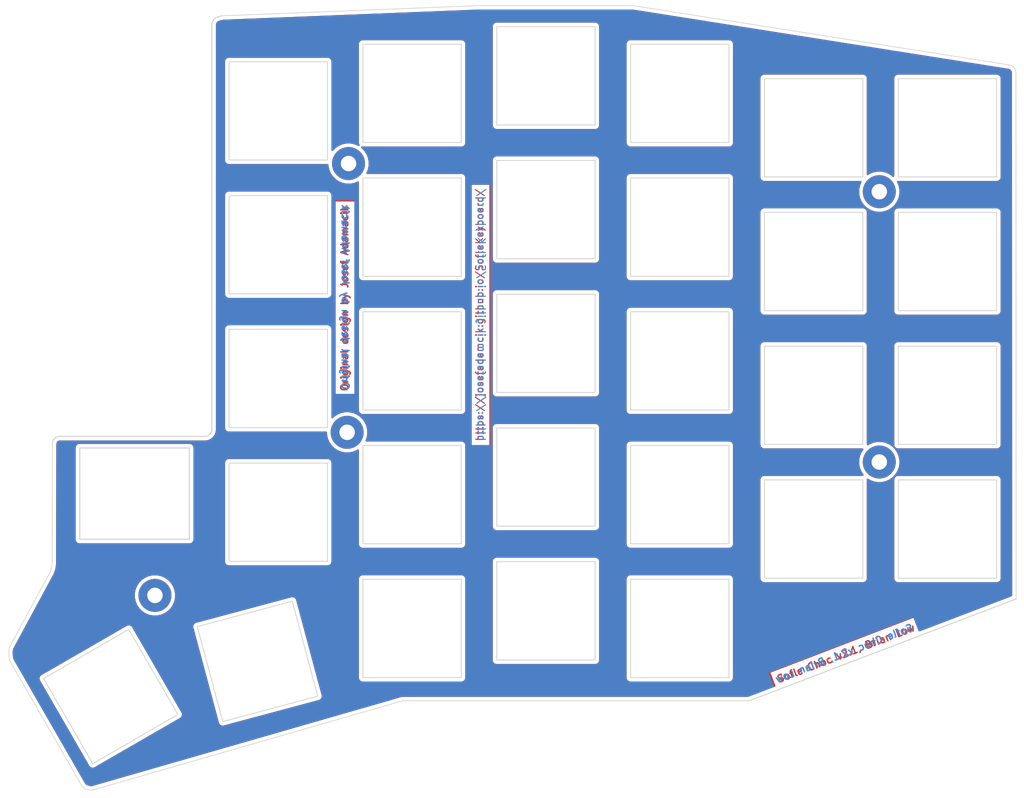
<source format=kicad_pcb>
(kicad_pcb (version 20171130) (host pcbnew "(5.1.9-0-10_14)")

  (general
    (thickness 1.6)
    (drawings 48)
    (tracks 0)
    (zones 0)
    (modules 34)
    (nets 1)
  )

  (page A4)
  (layers
    (0 F.Cu signal)
    (31 B.Cu signal)
    (32 B.Adhes user)
    (33 F.Adhes user)
    (34 B.Paste user)
    (35 F.Paste user)
    (36 B.SilkS user)
    (37 F.SilkS user)
    (38 B.Mask user)
    (39 F.Mask user)
    (40 Dwgs.User user)
    (41 Cmts.User user)
    (42 Eco1.User user)
    (43 Eco2.User user)
    (44 Edge.Cuts user)
    (45 Margin user)
    (46 B.CrtYd user)
    (47 F.CrtYd user)
    (48 B.Fab user)
    (49 F.Fab user)
  )

  (setup
    (last_trace_width 0.25)
    (trace_clearance 0.2)
    (zone_clearance 0.508)
    (zone_45_only no)
    (trace_min 0.2)
    (via_size 0.6)
    (via_drill 0.4)
    (via_min_size 0.4)
    (via_min_drill 0.3)
    (uvia_size 0.3)
    (uvia_drill 0.1)
    (uvias_allowed no)
    (uvia_min_size 0.2)
    (uvia_min_drill 0.1)
    (edge_width 0.15)
    (segment_width 0.2)
    (pcb_text_width 0.3)
    (pcb_text_size 1.5 1.5)
    (mod_edge_width 0.15)
    (mod_text_size 1 1)
    (mod_text_width 0.15)
    (pad_size 4.7 4.7)
    (pad_drill 2.2)
    (pad_to_mask_clearance 0.2)
    (aux_axis_origin 0 0)
    (grid_origin 93.174 99.445)
    (visible_elements 7FFFFF7F)
    (pcbplotparams
      (layerselection 0x010f0_ffffffff)
      (usegerberextensions false)
      (usegerberattributes false)
      (usegerberadvancedattributes false)
      (creategerberjobfile false)
      (excludeedgelayer true)
      (linewidth 0.100000)
      (plotframeref false)
      (viasonmask false)
      (mode 1)
      (useauxorigin false)
      (hpglpennumber 1)
      (hpglpenspeed 20)
      (hpglpendiameter 15.000000)
      (psnegative false)
      (psa4output false)
      (plotreference true)
      (plotvalue true)
      (plotinvisibletext false)
      (padsonsilk false)
      (subtractmaskfromsilk true)
      (outputformat 1)
      (mirror false)
      (drillshape 0)
      (scaleselection 1)
      (outputdirectory "../../../Gerbers/Choc_v2/"))
  )

  (net 0 "")

  (net_class Default "This is the default net class."
    (clearance 0.2)
    (trace_width 0.25)
    (via_dia 0.6)
    (via_drill 0.4)
    (uvia_dia 0.3)
    (uvia_drill 0.1)
  )

  (module SofleChocTop:SW_Hole (layer F.Cu) (tedit 5F1B7F65) (tstamp 60319336)
    (at 216.6978 110.9914)
    (fp_text reference SW2 (at 7 8.1) (layer F.SilkS) hide
      (effects (font (size 1 1) (thickness 0.15)))
    )
    (fp_text value KEY_SWITCH (at -7.4 -8.1) (layer F.Fab) hide
      (effects (font (size 1 1) (thickness 0.15)))
    )
    (fp_line (start 7 -7) (end -7 -7) (layer Edge.Cuts) (width 0.12))
    (fp_line (start 7 7) (end 7 -7) (layer Edge.Cuts) (width 0.12))
    (fp_line (start -7 7) (end 7 7) (layer Edge.Cuts) (width 0.12))
    (fp_line (start -7 -7) (end -7 7) (layer Edge.Cuts) (width 0.12))
    (fp_line (start 9.525 -9.525) (end -9.525 -9.525) (layer F.Fab) (width 0.15))
    (fp_line (start -9.525 -9.525) (end -9.525 9.525) (layer F.Fab) (width 0.15))
    (fp_line (start -9.525 9.525) (end 9.525 9.525) (layer F.Fab) (width 0.15))
    (fp_line (start 9.525 9.525) (end 9.525 -9.525) (layer F.Fab) (width 0.15))
  )

  (module SofleChocTop:SW_Hole (layer F.Cu) (tedit 5F1B7F65) (tstamp 6030CB14)
    (at 97.6078 134.8414 120)
    (fp_text reference SW2 (at 7 8.1 120) (layer F.SilkS) hide
      (effects (font (size 1 1) (thickness 0.15)))
    )
    (fp_text value KEY_SWITCH (at -7.4 -8.1 120) (layer F.Fab) hide
      (effects (font (size 1 1) (thickness 0.15)))
    )
    (fp_line (start 9.525 9.525) (end 9.525 -9.525) (layer F.Fab) (width 0.15))
    (fp_line (start -9.525 9.525) (end 9.525 9.525) (layer F.Fab) (width 0.15))
    (fp_line (start -9.525 -9.525) (end -9.525 9.525) (layer F.Fab) (width 0.15))
    (fp_line (start 9.525 -9.525) (end -9.525 -9.525) (layer F.Fab) (width 0.15))
    (fp_line (start -7 -7) (end -7 7) (layer Edge.Cuts) (width 0.12))
    (fp_line (start -7 7) (end 7 7) (layer Edge.Cuts) (width 0.12))
    (fp_line (start 7 7) (end 7 -7) (layer Edge.Cuts) (width 0.12))
    (fp_line (start 7 -7) (end -7 -7) (layer Edge.Cuts) (width 0.12))
  )

  (module SofleChocTop:SW_Hole (layer F.Cu) (tedit 5F1B7F65) (tstamp 6030CACC)
    (at 118.4978 129.8414 195)
    (fp_text reference SW2 (at 7 8.1 15) (layer F.SilkS) hide
      (effects (font (size 1 1) (thickness 0.15)))
    )
    (fp_text value KEY_SWITCH (at -7.4 -8.1 15) (layer F.Fab) hide
      (effects (font (size 1 1) (thickness 0.15)))
    )
    (fp_line (start 9.525 9.525) (end 9.525 -9.525) (layer F.Fab) (width 0.15))
    (fp_line (start -9.525 9.525) (end 9.525 9.525) (layer F.Fab) (width 0.15))
    (fp_line (start -9.525 -9.525) (end -9.525 9.525) (layer F.Fab) (width 0.15))
    (fp_line (start 9.525 -9.525) (end -9.525 -9.525) (layer F.Fab) (width 0.15))
    (fp_line (start -7 -7) (end -7 7) (layer Edge.Cuts) (width 0.12))
    (fp_line (start -7 7) (end 7 7) (layer Edge.Cuts) (width 0.12))
    (fp_line (start 7 7) (end 7 -7) (layer Edge.Cuts) (width 0.12))
    (fp_line (start 7 -7) (end -7 -7) (layer Edge.Cuts) (width 0.12))
  )

  (module SofleChocTop:SW_Hole (layer F.Cu) (tedit 5F1B7F65) (tstamp 6030CA94)
    (at 121.4478 108.5914)
    (fp_text reference SW2 (at 7 8.1) (layer F.SilkS) hide
      (effects (font (size 1 1) (thickness 0.15)))
    )
    (fp_text value KEY_SWITCH (at -7.4 -8.1) (layer F.Fab) hide
      (effects (font (size 1 1) (thickness 0.15)))
    )
    (fp_line (start 7 -7) (end -7 -7) (layer Edge.Cuts) (width 0.12))
    (fp_line (start 7 7) (end 7 -7) (layer Edge.Cuts) (width 0.12))
    (fp_line (start -7 7) (end 7 7) (layer Edge.Cuts) (width 0.12))
    (fp_line (start -7 -7) (end -7 7) (layer Edge.Cuts) (width 0.12))
    (fp_line (start 9.525 -9.525) (end -9.525 -9.525) (layer F.Fab) (width 0.15))
    (fp_line (start -9.525 -9.525) (end -9.525 9.525) (layer F.Fab) (width 0.15))
    (fp_line (start -9.525 9.525) (end 9.525 9.525) (layer F.Fab) (width 0.15))
    (fp_line (start 9.525 9.525) (end 9.525 -9.525) (layer F.Fab) (width 0.15))
  )

  (module SofleChocTop:SW_Hole (layer F.Cu) (tedit 5F1B7F65) (tstamp 6030CA7E)
    (at 121.4478 89.5414)
    (fp_text reference SW2 (at 7 8.1) (layer F.SilkS) hide
      (effects (font (size 1 1) (thickness 0.15)))
    )
    (fp_text value KEY_SWITCH (at -7.4 -8.1) (layer F.Fab) hide
      (effects (font (size 1 1) (thickness 0.15)))
    )
    (fp_line (start 9.525 9.525) (end 9.525 -9.525) (layer F.Fab) (width 0.15))
    (fp_line (start -9.525 9.525) (end 9.525 9.525) (layer F.Fab) (width 0.15))
    (fp_line (start -9.525 -9.525) (end -9.525 9.525) (layer F.Fab) (width 0.15))
    (fp_line (start 9.525 -9.525) (end -9.525 -9.525) (layer F.Fab) (width 0.15))
    (fp_line (start -7 -7) (end -7 7) (layer Edge.Cuts) (width 0.12))
    (fp_line (start -7 7) (end 7 7) (layer Edge.Cuts) (width 0.12))
    (fp_line (start 7 7) (end 7 -7) (layer Edge.Cuts) (width 0.12))
    (fp_line (start 7 -7) (end -7 -7) (layer Edge.Cuts) (width 0.12))
  )

  (module SofleChocTop:SW_Hole (layer F.Cu) (tedit 5F1B7F65) (tstamp 6030CA68)
    (at 121.4478 70.4914)
    (fp_text reference SW2 (at 7 8.1) (layer F.SilkS) hide
      (effects (font (size 1 1) (thickness 0.15)))
    )
    (fp_text value KEY_SWITCH (at -7.4 -8.1) (layer F.Fab) hide
      (effects (font (size 1 1) (thickness 0.15)))
    )
    (fp_line (start 7 -7) (end -7 -7) (layer Edge.Cuts) (width 0.12))
    (fp_line (start 7 7) (end 7 -7) (layer Edge.Cuts) (width 0.12))
    (fp_line (start -7 7) (end 7 7) (layer Edge.Cuts) (width 0.12))
    (fp_line (start -7 -7) (end -7 7) (layer Edge.Cuts) (width 0.12))
    (fp_line (start 9.525 -9.525) (end -9.525 -9.525) (layer F.Fab) (width 0.15))
    (fp_line (start -9.525 -9.525) (end -9.525 9.525) (layer F.Fab) (width 0.15))
    (fp_line (start -9.525 9.525) (end 9.525 9.525) (layer F.Fab) (width 0.15))
    (fp_line (start 9.525 9.525) (end 9.525 -9.525) (layer F.Fab) (width 0.15))
  )

  (module SofleChocTop:SW_Hole (layer F.Cu) (tedit 5F1B7F65) (tstamp 6030CA47)
    (at 121.4478 51.4414)
    (fp_text reference SW2 (at 7 8.1) (layer F.SilkS) hide
      (effects (font (size 1 1) (thickness 0.15)))
    )
    (fp_text value KEY_SWITCH (at -7.4 -8.1) (layer F.Fab) hide
      (effects (font (size 1 1) (thickness 0.15)))
    )
    (fp_line (start 9.525 9.525) (end 9.525 -9.525) (layer F.Fab) (width 0.15))
    (fp_line (start -9.525 9.525) (end 9.525 9.525) (layer F.Fab) (width 0.15))
    (fp_line (start -9.525 -9.525) (end -9.525 9.525) (layer F.Fab) (width 0.15))
    (fp_line (start 9.525 -9.525) (end -9.525 -9.525) (layer F.Fab) (width 0.15))
    (fp_line (start -7 -7) (end -7 7) (layer Edge.Cuts) (width 0.12))
    (fp_line (start -7 7) (end 7 7) (layer Edge.Cuts) (width 0.12))
    (fp_line (start 7 7) (end 7 -7) (layer Edge.Cuts) (width 0.12))
    (fp_line (start 7 -7) (end -7 -7) (layer Edge.Cuts) (width 0.12))
  )

  (module SofleChocTop:SW_Hole (layer F.Cu) (tedit 5F1B7F65) (tstamp 6030CA31)
    (at 140.4978 125.1414)
    (fp_text reference SW2 (at 7 8.1) (layer F.SilkS) hide
      (effects (font (size 1 1) (thickness 0.15)))
    )
    (fp_text value KEY_SWITCH (at -7.4 -8.1) (layer F.Fab) hide
      (effects (font (size 1 1) (thickness 0.15)))
    )
    (fp_line (start 7 -7) (end -7 -7) (layer Edge.Cuts) (width 0.12))
    (fp_line (start 7 7) (end 7 -7) (layer Edge.Cuts) (width 0.12))
    (fp_line (start -7 7) (end 7 7) (layer Edge.Cuts) (width 0.12))
    (fp_line (start -7 -7) (end -7 7) (layer Edge.Cuts) (width 0.12))
    (fp_line (start 9.525 -9.525) (end -9.525 -9.525) (layer F.Fab) (width 0.15))
    (fp_line (start -9.525 -9.525) (end -9.525 9.525) (layer F.Fab) (width 0.15))
    (fp_line (start -9.525 9.525) (end 9.525 9.525) (layer F.Fab) (width 0.15))
    (fp_line (start 9.525 9.525) (end 9.525 -9.525) (layer F.Fab) (width 0.15))
  )

  (module SofleChocTop:SW_Hole (layer F.Cu) (tedit 5F1B7F65) (tstamp 6030CA1B)
    (at 140.4978 106.0914)
    (fp_text reference SW2 (at 7 8.1) (layer F.SilkS) hide
      (effects (font (size 1 1) (thickness 0.15)))
    )
    (fp_text value KEY_SWITCH (at -7.4 -8.1) (layer F.Fab) hide
      (effects (font (size 1 1) (thickness 0.15)))
    )
    (fp_line (start 9.525 9.525) (end 9.525 -9.525) (layer F.Fab) (width 0.15))
    (fp_line (start -9.525 9.525) (end 9.525 9.525) (layer F.Fab) (width 0.15))
    (fp_line (start -9.525 -9.525) (end -9.525 9.525) (layer F.Fab) (width 0.15))
    (fp_line (start 9.525 -9.525) (end -9.525 -9.525) (layer F.Fab) (width 0.15))
    (fp_line (start -7 -7) (end -7 7) (layer Edge.Cuts) (width 0.12))
    (fp_line (start -7 7) (end 7 7) (layer Edge.Cuts) (width 0.12))
    (fp_line (start 7 7) (end 7 -7) (layer Edge.Cuts) (width 0.12))
    (fp_line (start 7 -7) (end -7 -7) (layer Edge.Cuts) (width 0.12))
  )

  (module SofleChocTop:SW_Hole (layer F.Cu) (tedit 5F1B7F65) (tstamp 6030CA05)
    (at 140.4978 87.0414)
    (fp_text reference SW2 (at 7 8.1) (layer F.SilkS) hide
      (effects (font (size 1 1) (thickness 0.15)))
    )
    (fp_text value KEY_SWITCH (at -7.4 -8.1) (layer F.Fab) hide
      (effects (font (size 1 1) (thickness 0.15)))
    )
    (fp_line (start 7 -7) (end -7 -7) (layer Edge.Cuts) (width 0.12))
    (fp_line (start 7 7) (end 7 -7) (layer Edge.Cuts) (width 0.12))
    (fp_line (start -7 7) (end 7 7) (layer Edge.Cuts) (width 0.12))
    (fp_line (start -7 -7) (end -7 7) (layer Edge.Cuts) (width 0.12))
    (fp_line (start 9.525 -9.525) (end -9.525 -9.525) (layer F.Fab) (width 0.15))
    (fp_line (start -9.525 -9.525) (end -9.525 9.525) (layer F.Fab) (width 0.15))
    (fp_line (start -9.525 9.525) (end 9.525 9.525) (layer F.Fab) (width 0.15))
    (fp_line (start 9.525 9.525) (end 9.525 -9.525) (layer F.Fab) (width 0.15))
  )

  (module SofleChocTop:SW_Hole (layer F.Cu) (tedit 5F1B7F65) (tstamp 6030C9EF)
    (at 140.4978 67.9914)
    (fp_text reference SW2 (at 7 8.1) (layer F.SilkS) hide
      (effects (font (size 1 1) (thickness 0.15)))
    )
    (fp_text value KEY_SWITCH (at -7.4 -8.1) (layer F.Fab) hide
      (effects (font (size 1 1) (thickness 0.15)))
    )
    (fp_line (start 9.525 9.525) (end 9.525 -9.525) (layer F.Fab) (width 0.15))
    (fp_line (start -9.525 9.525) (end 9.525 9.525) (layer F.Fab) (width 0.15))
    (fp_line (start -9.525 -9.525) (end -9.525 9.525) (layer F.Fab) (width 0.15))
    (fp_line (start 9.525 -9.525) (end -9.525 -9.525) (layer F.Fab) (width 0.15))
    (fp_line (start -7 -7) (end -7 7) (layer Edge.Cuts) (width 0.12))
    (fp_line (start -7 7) (end 7 7) (layer Edge.Cuts) (width 0.12))
    (fp_line (start 7 7) (end 7 -7) (layer Edge.Cuts) (width 0.12))
    (fp_line (start 7 -7) (end -7 -7) (layer Edge.Cuts) (width 0.12))
  )

  (module SofleChocTop:SW_Hole (layer F.Cu) (tedit 5F1B7F65) (tstamp 6030C9AC)
    (at 140.4978 48.9414)
    (fp_text reference SW2 (at 7 8.1) (layer F.SilkS) hide
      (effects (font (size 1 1) (thickness 0.15)))
    )
    (fp_text value KEY_SWITCH (at -7.4 -8.1) (layer F.Fab) hide
      (effects (font (size 1 1) (thickness 0.15)))
    )
    (fp_line (start 7 -7) (end -7 -7) (layer Edge.Cuts) (width 0.12))
    (fp_line (start 7 7) (end 7 -7) (layer Edge.Cuts) (width 0.12))
    (fp_line (start -7 7) (end 7 7) (layer Edge.Cuts) (width 0.12))
    (fp_line (start -7 -7) (end -7 7) (layer Edge.Cuts) (width 0.12))
    (fp_line (start 9.525 -9.525) (end -9.525 -9.525) (layer F.Fab) (width 0.15))
    (fp_line (start -9.525 -9.525) (end -9.525 9.525) (layer F.Fab) (width 0.15))
    (fp_line (start -9.525 9.525) (end 9.525 9.525) (layer F.Fab) (width 0.15))
    (fp_line (start 9.525 9.525) (end 9.525 -9.525) (layer F.Fab) (width 0.15))
  )

  (module SofleChocTop:SW_Hole (layer F.Cu) (tedit 5F1B7F65) (tstamp 6030C996)
    (at 159.5478 122.6414)
    (fp_text reference SW2 (at 7 8.1) (layer F.SilkS) hide
      (effects (font (size 1 1) (thickness 0.15)))
    )
    (fp_text value KEY_SWITCH (at -7.4 -8.1) (layer F.Fab) hide
      (effects (font (size 1 1) (thickness 0.15)))
    )
    (fp_line (start 9.525 9.525) (end 9.525 -9.525) (layer F.Fab) (width 0.15))
    (fp_line (start -9.525 9.525) (end 9.525 9.525) (layer F.Fab) (width 0.15))
    (fp_line (start -9.525 -9.525) (end -9.525 9.525) (layer F.Fab) (width 0.15))
    (fp_line (start 9.525 -9.525) (end -9.525 -9.525) (layer F.Fab) (width 0.15))
    (fp_line (start -7 -7) (end -7 7) (layer Edge.Cuts) (width 0.12))
    (fp_line (start -7 7) (end 7 7) (layer Edge.Cuts) (width 0.12))
    (fp_line (start 7 7) (end 7 -7) (layer Edge.Cuts) (width 0.12))
    (fp_line (start 7 -7) (end -7 -7) (layer Edge.Cuts) (width 0.12))
  )

  (module SofleChocTop:SW_Hole (layer F.Cu) (tedit 5F1B7F65) (tstamp 6030C980)
    (at 159.5478 103.5914)
    (fp_text reference SW2 (at 7 8.1) (layer F.SilkS) hide
      (effects (font (size 1 1) (thickness 0.15)))
    )
    (fp_text value KEY_SWITCH (at -7.4 -8.1) (layer F.Fab) hide
      (effects (font (size 1 1) (thickness 0.15)))
    )
    (fp_line (start 7 -7) (end -7 -7) (layer Edge.Cuts) (width 0.12))
    (fp_line (start 7 7) (end 7 -7) (layer Edge.Cuts) (width 0.12))
    (fp_line (start -7 7) (end 7 7) (layer Edge.Cuts) (width 0.12))
    (fp_line (start -7 -7) (end -7 7) (layer Edge.Cuts) (width 0.12))
    (fp_line (start 9.525 -9.525) (end -9.525 -9.525) (layer F.Fab) (width 0.15))
    (fp_line (start -9.525 -9.525) (end -9.525 9.525) (layer F.Fab) (width 0.15))
    (fp_line (start -9.525 9.525) (end 9.525 9.525) (layer F.Fab) (width 0.15))
    (fp_line (start 9.525 9.525) (end 9.525 -9.525) (layer F.Fab) (width 0.15))
  )

  (module SofleChocTop:SW_Hole (layer F.Cu) (tedit 5F1B7F65) (tstamp 6030C96A)
    (at 159.5478 84.5414)
    (fp_text reference SW2 (at 7 8.1) (layer F.SilkS) hide
      (effects (font (size 1 1) (thickness 0.15)))
    )
    (fp_text value KEY_SWITCH (at -7.4 -8.1) (layer F.Fab) hide
      (effects (font (size 1 1) (thickness 0.15)))
    )
    (fp_line (start 9.525 9.525) (end 9.525 -9.525) (layer F.Fab) (width 0.15))
    (fp_line (start -9.525 9.525) (end 9.525 9.525) (layer F.Fab) (width 0.15))
    (fp_line (start -9.525 -9.525) (end -9.525 9.525) (layer F.Fab) (width 0.15))
    (fp_line (start 9.525 -9.525) (end -9.525 -9.525) (layer F.Fab) (width 0.15))
    (fp_line (start -7 -7) (end -7 7) (layer Edge.Cuts) (width 0.12))
    (fp_line (start -7 7) (end 7 7) (layer Edge.Cuts) (width 0.12))
    (fp_line (start 7 7) (end 7 -7) (layer Edge.Cuts) (width 0.12))
    (fp_line (start 7 -7) (end -7 -7) (layer Edge.Cuts) (width 0.12))
  )

  (module SofleChocTop:SW_Hole (layer F.Cu) (tedit 5F1B7F65) (tstamp 6030C954)
    (at 159.5478 65.4914)
    (fp_text reference SW2 (at 7 8.1) (layer F.SilkS) hide
      (effects (font (size 1 1) (thickness 0.15)))
    )
    (fp_text value KEY_SWITCH (at -7.4 -8.1) (layer F.Fab) hide
      (effects (font (size 1 1) (thickness 0.15)))
    )
    (fp_line (start 7 -7) (end -7 -7) (layer Edge.Cuts) (width 0.12))
    (fp_line (start 7 7) (end 7 -7) (layer Edge.Cuts) (width 0.12))
    (fp_line (start -7 7) (end 7 7) (layer Edge.Cuts) (width 0.12))
    (fp_line (start -7 -7) (end -7 7) (layer Edge.Cuts) (width 0.12))
    (fp_line (start 9.525 -9.525) (end -9.525 -9.525) (layer F.Fab) (width 0.15))
    (fp_line (start -9.525 -9.525) (end -9.525 9.525) (layer F.Fab) (width 0.15))
    (fp_line (start -9.525 9.525) (end 9.525 9.525) (layer F.Fab) (width 0.15))
    (fp_line (start 9.525 9.525) (end 9.525 -9.525) (layer F.Fab) (width 0.15))
  )

  (module SofleChocTop:SW_Hole (layer F.Cu) (tedit 5F1B7F65) (tstamp 6030C933)
    (at 159.5478 46.4414)
    (fp_text reference SW2 (at 7 8.1) (layer F.SilkS) hide
      (effects (font (size 1 1) (thickness 0.15)))
    )
    (fp_text value KEY_SWITCH (at -7.4 -8.1) (layer F.Fab) hide
      (effects (font (size 1 1) (thickness 0.15)))
    )
    (fp_line (start 9.525 9.525) (end 9.525 -9.525) (layer F.Fab) (width 0.15))
    (fp_line (start -9.525 9.525) (end 9.525 9.525) (layer F.Fab) (width 0.15))
    (fp_line (start -9.525 -9.525) (end -9.525 9.525) (layer F.Fab) (width 0.15))
    (fp_line (start 9.525 -9.525) (end -9.525 -9.525) (layer F.Fab) (width 0.15))
    (fp_line (start -7 -7) (end -7 7) (layer Edge.Cuts) (width 0.12))
    (fp_line (start -7 7) (end 7 7) (layer Edge.Cuts) (width 0.12))
    (fp_line (start 7 7) (end 7 -7) (layer Edge.Cuts) (width 0.12))
    (fp_line (start 7 -7) (end -7 -7) (layer Edge.Cuts) (width 0.12))
  )

  (module SofleChocTop:SW_Hole (layer F.Cu) (tedit 5F1B7F65) (tstamp 6030C911)
    (at 178.5978 125.1414)
    (fp_text reference SW2 (at 7 8.1) (layer F.SilkS) hide
      (effects (font (size 1 1) (thickness 0.15)))
    )
    (fp_text value KEY_SWITCH (at -7.4 -8.1) (layer F.Fab) hide
      (effects (font (size 1 1) (thickness 0.15)))
    )
    (fp_line (start 7 -7) (end -7 -7) (layer Edge.Cuts) (width 0.12))
    (fp_line (start 7 7) (end 7 -7) (layer Edge.Cuts) (width 0.12))
    (fp_line (start -7 7) (end 7 7) (layer Edge.Cuts) (width 0.12))
    (fp_line (start -7 -7) (end -7 7) (layer Edge.Cuts) (width 0.12))
    (fp_line (start 9.525 -9.525) (end -9.525 -9.525) (layer F.Fab) (width 0.15))
    (fp_line (start -9.525 -9.525) (end -9.525 9.525) (layer F.Fab) (width 0.15))
    (fp_line (start -9.525 9.525) (end 9.525 9.525) (layer F.Fab) (width 0.15))
    (fp_line (start 9.525 9.525) (end 9.525 -9.525) (layer F.Fab) (width 0.15))
  )

  (module SofleChocTop:SW_Hole (layer F.Cu) (tedit 5F1B7F65) (tstamp 6030C8FB)
    (at 178.5978 106.0914)
    (fp_text reference SW2 (at 7 8.1) (layer F.SilkS) hide
      (effects (font (size 1 1) (thickness 0.15)))
    )
    (fp_text value KEY_SWITCH (at -7.4 -8.1) (layer F.Fab) hide
      (effects (font (size 1 1) (thickness 0.15)))
    )
    (fp_line (start 9.525 9.525) (end 9.525 -9.525) (layer F.Fab) (width 0.15))
    (fp_line (start -9.525 9.525) (end 9.525 9.525) (layer F.Fab) (width 0.15))
    (fp_line (start -9.525 -9.525) (end -9.525 9.525) (layer F.Fab) (width 0.15))
    (fp_line (start 9.525 -9.525) (end -9.525 -9.525) (layer F.Fab) (width 0.15))
    (fp_line (start -7 -7) (end -7 7) (layer Edge.Cuts) (width 0.12))
    (fp_line (start -7 7) (end 7 7) (layer Edge.Cuts) (width 0.12))
    (fp_line (start 7 7) (end 7 -7) (layer Edge.Cuts) (width 0.12))
    (fp_line (start 7 -7) (end -7 -7) (layer Edge.Cuts) (width 0.12))
  )

  (module SofleChocTop:SW_Hole (layer F.Cu) (tedit 5F1B7F65) (tstamp 6030C8E5)
    (at 178.5978 87.0414)
    (fp_text reference SW2 (at 7 8.1) (layer F.SilkS) hide
      (effects (font (size 1 1) (thickness 0.15)))
    )
    (fp_text value KEY_SWITCH (at -7.4 -8.1) (layer F.Fab) hide
      (effects (font (size 1 1) (thickness 0.15)))
    )
    (fp_line (start 7 -7) (end -7 -7) (layer Edge.Cuts) (width 0.12))
    (fp_line (start 7 7) (end 7 -7) (layer Edge.Cuts) (width 0.12))
    (fp_line (start -7 7) (end 7 7) (layer Edge.Cuts) (width 0.12))
    (fp_line (start -7 -7) (end -7 7) (layer Edge.Cuts) (width 0.12))
    (fp_line (start 9.525 -9.525) (end -9.525 -9.525) (layer F.Fab) (width 0.15))
    (fp_line (start -9.525 -9.525) (end -9.525 9.525) (layer F.Fab) (width 0.15))
    (fp_line (start -9.525 9.525) (end 9.525 9.525) (layer F.Fab) (width 0.15))
    (fp_line (start 9.525 9.525) (end 9.525 -9.525) (layer F.Fab) (width 0.15))
  )

  (module SofleChocTop:SW_Hole (layer F.Cu) (tedit 5F1B7F65) (tstamp 6030C8CF)
    (at 178.5978 67.9914)
    (fp_text reference SW2 (at 7 8.1) (layer F.SilkS) hide
      (effects (font (size 1 1) (thickness 0.15)))
    )
    (fp_text value KEY_SWITCH (at -7.4 -8.1) (layer F.Fab) hide
      (effects (font (size 1 1) (thickness 0.15)))
    )
    (fp_line (start 9.525 9.525) (end 9.525 -9.525) (layer F.Fab) (width 0.15))
    (fp_line (start -9.525 9.525) (end 9.525 9.525) (layer F.Fab) (width 0.15))
    (fp_line (start -9.525 -9.525) (end -9.525 9.525) (layer F.Fab) (width 0.15))
    (fp_line (start 9.525 -9.525) (end -9.525 -9.525) (layer F.Fab) (width 0.15))
    (fp_line (start -7 -7) (end -7 7) (layer Edge.Cuts) (width 0.12))
    (fp_line (start -7 7) (end 7 7) (layer Edge.Cuts) (width 0.12))
    (fp_line (start 7 7) (end 7 -7) (layer Edge.Cuts) (width 0.12))
    (fp_line (start 7 -7) (end -7 -7) (layer Edge.Cuts) (width 0.12))
  )

  (module SofleChocTop:SW_Hole (layer F.Cu) (tedit 5F1B7F65) (tstamp 6030C8A2)
    (at 178.5978 48.9414)
    (fp_text reference SW2 (at 7 8.1) (layer F.SilkS) hide
      (effects (font (size 1 1) (thickness 0.15)))
    )
    (fp_text value KEY_SWITCH (at -7.4 -8.1) (layer F.Fab) hide
      (effects (font (size 1 1) (thickness 0.15)))
    )
    (fp_line (start 7 -7) (end -7 -7) (layer Edge.Cuts) (width 0.12))
    (fp_line (start 7 7) (end 7 -7) (layer Edge.Cuts) (width 0.12))
    (fp_line (start -7 7) (end 7 7) (layer Edge.Cuts) (width 0.12))
    (fp_line (start -7 -7) (end -7 7) (layer Edge.Cuts) (width 0.12))
    (fp_line (start 9.525 -9.525) (end -9.525 -9.525) (layer F.Fab) (width 0.15))
    (fp_line (start -9.525 -9.525) (end -9.525 9.525) (layer F.Fab) (width 0.15))
    (fp_line (start -9.525 9.525) (end 9.525 9.525) (layer F.Fab) (width 0.15))
    (fp_line (start 9.525 9.525) (end 9.525 -9.525) (layer F.Fab) (width 0.15))
  )

  (module SofleChocTop:SW_Hole (layer F.Cu) (tedit 5F1B7F65) (tstamp 6030C847)
    (at 197.6478 110.9914)
    (fp_text reference SW2 (at 7 8.1) (layer F.SilkS) hide
      (effects (font (size 1 1) (thickness 0.15)))
    )
    (fp_text value KEY_SWITCH (at -7.4 -8.1) (layer F.Fab) hide
      (effects (font (size 1 1) (thickness 0.15)))
    )
    (fp_line (start 7 -7) (end -7 -7) (layer Edge.Cuts) (width 0.12))
    (fp_line (start 7 7) (end 7 -7) (layer Edge.Cuts) (width 0.12))
    (fp_line (start -7 7) (end 7 7) (layer Edge.Cuts) (width 0.12))
    (fp_line (start -7 -7) (end -7 7) (layer Edge.Cuts) (width 0.12))
    (fp_line (start 9.525 -9.525) (end -9.525 -9.525) (layer F.Fab) (width 0.15))
    (fp_line (start -9.525 -9.525) (end -9.525 9.525) (layer F.Fab) (width 0.15))
    (fp_line (start -9.525 9.525) (end 9.525 9.525) (layer F.Fab) (width 0.15))
    (fp_line (start 9.525 9.525) (end 9.525 -9.525) (layer F.Fab) (width 0.15))
  )

  (module SofleChocTop:SW_Hole (layer F.Cu) (tedit 5F1B7F65) (tstamp 6030C831)
    (at 216.6978 91.9414)
    (fp_text reference SW2 (at 7 8.1) (layer F.SilkS) hide
      (effects (font (size 1 1) (thickness 0.15)))
    )
    (fp_text value KEY_SWITCH (at -7.4 -8.1) (layer F.Fab) hide
      (effects (font (size 1 1) (thickness 0.15)))
    )
    (fp_line (start 9.525 9.525) (end 9.525 -9.525) (layer F.Fab) (width 0.15))
    (fp_line (start -9.525 9.525) (end 9.525 9.525) (layer F.Fab) (width 0.15))
    (fp_line (start -9.525 -9.525) (end -9.525 9.525) (layer F.Fab) (width 0.15))
    (fp_line (start 9.525 -9.525) (end -9.525 -9.525) (layer F.Fab) (width 0.15))
    (fp_line (start -7 -7) (end -7 7) (layer Edge.Cuts) (width 0.12))
    (fp_line (start -7 7) (end 7 7) (layer Edge.Cuts) (width 0.12))
    (fp_line (start 7 7) (end 7 -7) (layer Edge.Cuts) (width 0.12))
    (fp_line (start 7 -7) (end -7 -7) (layer Edge.Cuts) (width 0.12))
  )

  (module SofleChocTop:SW_Hole (layer F.Cu) (tedit 5F1B7F65) (tstamp 6030C81B)
    (at 197.6478 91.9414)
    (fp_text reference SW2 (at 7 8.1) (layer F.SilkS) hide
      (effects (font (size 1 1) (thickness 0.15)))
    )
    (fp_text value KEY_SWITCH (at -7.4 -8.1) (layer F.Fab) hide
      (effects (font (size 1 1) (thickness 0.15)))
    )
    (fp_line (start 7 -7) (end -7 -7) (layer Edge.Cuts) (width 0.12))
    (fp_line (start 7 7) (end 7 -7) (layer Edge.Cuts) (width 0.12))
    (fp_line (start -7 7) (end 7 7) (layer Edge.Cuts) (width 0.12))
    (fp_line (start -7 -7) (end -7 7) (layer Edge.Cuts) (width 0.12))
    (fp_line (start 9.525 -9.525) (end -9.525 -9.525) (layer F.Fab) (width 0.15))
    (fp_line (start -9.525 -9.525) (end -9.525 9.525) (layer F.Fab) (width 0.15))
    (fp_line (start -9.525 9.525) (end 9.525 9.525) (layer F.Fab) (width 0.15))
    (fp_line (start 9.525 9.525) (end 9.525 -9.525) (layer F.Fab) (width 0.15))
  )

  (module SofleChocTop:SW_Hole (layer F.Cu) (tedit 5F1B7F65) (tstamp 6030C805)
    (at 216.6978 72.8914)
    (fp_text reference SW2 (at 7 8.1) (layer F.SilkS) hide
      (effects (font (size 1 1) (thickness 0.15)))
    )
    (fp_text value KEY_SWITCH (at -7.4 -8.1) (layer F.Fab) hide
      (effects (font (size 1 1) (thickness 0.15)))
    )
    (fp_line (start 9.525 9.525) (end 9.525 -9.525) (layer F.Fab) (width 0.15))
    (fp_line (start -9.525 9.525) (end 9.525 9.525) (layer F.Fab) (width 0.15))
    (fp_line (start -9.525 -9.525) (end -9.525 9.525) (layer F.Fab) (width 0.15))
    (fp_line (start 9.525 -9.525) (end -9.525 -9.525) (layer F.Fab) (width 0.15))
    (fp_line (start -7 -7) (end -7 7) (layer Edge.Cuts) (width 0.12))
    (fp_line (start -7 7) (end 7 7) (layer Edge.Cuts) (width 0.12))
    (fp_line (start 7 7) (end 7 -7) (layer Edge.Cuts) (width 0.12))
    (fp_line (start 7 -7) (end -7 -7) (layer Edge.Cuts) (width 0.12))
  )

  (module SofleChocTop:SW_Hole (layer F.Cu) (tedit 5F1B7F65) (tstamp 6030C7D8)
    (at 197.6478 72.8914)
    (fp_text reference SW2 (at 7 8.1) (layer F.SilkS) hide
      (effects (font (size 1 1) (thickness 0.15)))
    )
    (fp_text value KEY_SWITCH (at -7.4 -8.1) (layer F.Fab) hide
      (effects (font (size 1 1) (thickness 0.15)))
    )
    (fp_line (start 7 -7) (end -7 -7) (layer Edge.Cuts) (width 0.12))
    (fp_line (start 7 7) (end 7 -7) (layer Edge.Cuts) (width 0.12))
    (fp_line (start -7 7) (end 7 7) (layer Edge.Cuts) (width 0.12))
    (fp_line (start -7 -7) (end -7 7) (layer Edge.Cuts) (width 0.12))
    (fp_line (start 9.525 -9.525) (end -9.525 -9.525) (layer F.Fab) (width 0.15))
    (fp_line (start -9.525 -9.525) (end -9.525 9.525) (layer F.Fab) (width 0.15))
    (fp_line (start -9.525 9.525) (end 9.525 9.525) (layer F.Fab) (width 0.15))
    (fp_line (start 9.525 9.525) (end 9.525 -9.525) (layer F.Fab) (width 0.15))
  )

  (module SofleChocTop:SW_Hole (layer F.Cu) (tedit 5F1B7F65) (tstamp 6030C715)
    (at 197.6478 53.8414)
    (fp_text reference SW2 (at 7 8.1) (layer F.SilkS) hide
      (effects (font (size 1 1) (thickness 0.15)))
    )
    (fp_text value KEY_SWITCH (at -7.4 -8.1) (layer F.Fab) hide
      (effects (font (size 1 1) (thickness 0.15)))
    )
    (fp_line (start 9.525 9.525) (end 9.525 -9.525) (layer F.Fab) (width 0.15))
    (fp_line (start -9.525 9.525) (end 9.525 9.525) (layer F.Fab) (width 0.15))
    (fp_line (start -9.525 -9.525) (end -9.525 9.525) (layer F.Fab) (width 0.15))
    (fp_line (start 9.525 -9.525) (end -9.525 -9.525) (layer F.Fab) (width 0.15))
    (fp_line (start -7 -7) (end -7 7) (layer Edge.Cuts) (width 0.12))
    (fp_line (start -7 7) (end 7 7) (layer Edge.Cuts) (width 0.12))
    (fp_line (start 7 7) (end 7 -7) (layer Edge.Cuts) (width 0.12))
    (fp_line (start 7 -7) (end -7 -7) (layer Edge.Cuts) (width 0.12))
  )

  (module SofleChocTop:SW_Hole (layer F.Cu) (tedit 5F1B7F65) (tstamp 6030C651)
    (at 216.6978 53.8414)
    (fp_text reference SW2 (at 7 8.1) (layer F.SilkS) hide
      (effects (font (size 1 1) (thickness 0.15)))
    )
    (fp_text value KEY_SWITCH (at -7.4 -8.1) (layer F.Fab) hide
      (effects (font (size 1 1) (thickness 0.15)))
    )
    (fp_line (start 7 -7) (end -7 -7) (layer Edge.Cuts) (width 0.12))
    (fp_line (start 7 7) (end 7 -7) (layer Edge.Cuts) (width 0.12))
    (fp_line (start -7 7) (end 7 7) (layer Edge.Cuts) (width 0.12))
    (fp_line (start -7 -7) (end -7 7) (layer Edge.Cuts) (width 0.12))
    (fp_line (start 9.525 -9.525) (end -9.525 -9.525) (layer F.Fab) (width 0.15))
    (fp_line (start -9.525 -9.525) (end -9.525 9.525) (layer F.Fab) (width 0.15))
    (fp_line (start -9.525 9.525) (end 9.525 9.525) (layer F.Fab) (width 0.15))
    (fp_line (start 9.525 9.525) (end 9.525 -9.525) (layer F.Fab) (width 0.15))
  )

  (module SofleKeyboard-footprint:HOLE_M2_TH (layer F.Cu) (tedit 5FDAFEE7) (tstamp 5F80E3D9)
    (at 103.8978 120.4414 90)
    (path /5B74D98F)
    (fp_text reference TH7 (at 0 -2.54 90) (layer F.SilkS) hide
      (effects (font (size 0.29972 0.29972) (thickness 0.0762)))
    )
    (fp_text value HOLE (at 0 2.54 90) (layer F.SilkS) hide
      (effects (font (size 0.29972 0.29972) (thickness 0.0762)))
    )
    (pad "" thru_hole circle (at 0 0 180) (size 4.7 4.7) (drill 2.2) (layers *.Cu *.Mask Dwgs.User)
      (clearance 0.3))
  )

  (module SofleKeyboard-footprint:HOLE_M2_TH (layer F.Cu) (tedit 5FDAFEDF) (tstamp 5F80E35A)
    (at 131.2778 97.2914)
    (path /5B74D78B)
    (fp_text reference TH5 (at 0 -2.54) (layer F.SilkS) hide
      (effects (font (size 0.29972 0.29972) (thickness 0.0762)))
    )
    (fp_text value HOLE (at 0 2.54) (layer F.SilkS) hide
      (effects (font (size 0.29972 0.29972) (thickness 0.0762)))
    )
    (pad "" thru_hole circle (at -0.025 -0.075 90) (size 4.7 4.7) (drill 2.2) (layers *.Cu *.Mask Dwgs.User)
      (clearance 0.3))
  )

  (module SofleKeyboard-footprint:HOLE_M2_TH (layer F.Cu) (tedit 5FDAFEF8) (tstamp 5F80E2ED)
    (at 207.17 101.47)
    (path /5B74D88C)
    (fp_text reference TH6 (at 0 -2.54) (layer F.SilkS) hide
      (effects (font (size 0.29972 0.29972) (thickness 0.0762)))
    )
    (fp_text value HOLE (at 0 2.54) (layer F.SilkS) hide
      (effects (font (size 0.29972 0.29972) (thickness 0.0762)))
    )
    (pad "" thru_hole circle (at -0.175 -0.025 90) (size 4.7 4.7) (drill 2.2) (layers *.Cu *.Mask Dwgs.User)
      (clearance 0.3))
  )

  (module SofleKeyboard-footprint:HOLE_M2_TH (layer F.Cu) (tedit 5FDAFEC8) (tstamp 5F80E208)
    (at 131.4278 59.0114)
    (path /5B74DA95)
    (fp_text reference TH3 (at 0 -2.54) (layer F.SilkS) hide
      (effects (font (size 0.29972 0.29972) (thickness 0.0762)))
    )
    (fp_text value HOLE (at 0 2.54) (layer F.SilkS) hide
      (effects (font (size 0.29972 0.29972) (thickness 0.0762)))
    )
    (pad "" thru_hole circle (at 0.025 -0.075 90) (size 4.7 4.7) (drill 2.2) (layers *.Cu *.Mask Dwgs.User)
      (clearance 0.3))
  )

  (module SofleKeyboard-footprint:HOLE_M2_TH (layer F.Cu) (tedit 5FDAFEEF) (tstamp 5F80E1DA)
    (at 207.22 63.22)
    (path /5B74D1C0)
    (fp_text reference TH4 (at 0 -2.54) (layer F.SilkS) hide
      (effects (font (size 0.29972 0.29972) (thickness 0.0762)))
    )
    (fp_text value HOLE (at 0 2.54) (layer F.SilkS) hide
      (effects (font (size 0.29972 0.29972) (thickness 0.0762)))
    )
    (pad "" thru_hole circle (at -0.225 -0.275 90) (size 4.7 4.7) (drill 2.2) (layers *.Cu *.Mask Dwgs.User)
      (clearance 0.3))
  )

  (gr_text "Original design by Josef Adamacik" (at 130.895 78.1414 90) (layer F.Cu) (tstamp 6042C4F3)
    (effects (font (size 1 1) (thickness 0.2)))
  )
  (gr_text "Original design by Josef Adamacik" (at 130.995 77.9314 -90) (layer B.Cu) (tstamp 5F80E41C)
    (effects (font (size 1 1) (thickness 0.2)) (justify mirror))
  )
  (gr_text https://josefadamcik.github.io/SofleKeyboard/ (at 150.095 80.5 90) (layer F.Cu) (tstamp 5F80E41B)
    (effects (font (size 1 1) (thickness 0.15)))
  )
  (gr_text https://josefadamcik.github.io/SofleKeyboard/ (at 150.395 80.5 270) (layer B.Cu) (tstamp 5F80E41A)
    (effects (font (size 1 1) (thickness 0.15)) (justify mirror))
  )
  (gr_line (start 112.995 38) (end 113.395 37.9) (layer Edge.Cuts) (width 0.15))
  (gr_line (start 112.695 38.1) (end 112.995 38) (layer Edge.Cuts) (width 0.15))
  (gr_line (start 112.495 38.2) (end 112.695 38.1) (layer Edge.Cuts) (width 0.15))
  (gr_line (start 112.295 38.4) (end 112.495 38.2) (layer Edge.Cuts) (width 0.15))
  (gr_line (start 112.095 38.7) (end 112.295 38.4) (layer Edge.Cuts) (width 0.15))
  (gr_line (start 111.995 39.045) (end 112.095 38.7) (layer Edge.Cuts) (width 0.15))
  (gr_arc (start 110.995 96.8) (end 110.995 97.8) (angle -90) (layer Edge.Cuts) (width 0.15))
  (gr_arc (start 90.3 98.8) (end 90.3 97.8) (angle -90) (layer Edge.Cuts) (width 0.15))
  (gr_line (start 108.795 112.445) (end 108.795 106.445) (layer Edge.Cuts) (width 0.15) (tstamp 5F80B735))
  (gr_line (start 93.195 112.445) (end 108.795 112.445) (layer Edge.Cuts) (width 0.15))
  (gr_line (start 93.195 99.445) (end 93.195 112.445) (layer Edge.Cuts) (width 0.15))
  (gr_line (start 108.795 99.445) (end 93.195 99.445) (layer Edge.Cuts) (width 0.15) (tstamp 610F0E9C))
  (gr_line (start 108.795 106.445) (end 108.795 99.445) (layer Edge.Cuts) (width 0.15))
  (gr_line (start 111.995 96.8) (end 111.995 39.045) (layer Edge.Cuts) (width 0.15))
  (gr_line (start 90.3 97.8) (end 110.995 97.8) (layer Edge.Cuts) (width 0.15))
  (gr_text "Sofle Choc v2.1, Brian Low" (at 202.245 128.695 21) (layer F.Cu) (tstamp 5F80E427)
    (effects (font (size 1 1) (thickness 0.2)))
  )
  (gr_text "Sofle Choc v2.1, Brian Low" (at 201.995 128.695 21) (layer B.Cu) (tstamp 5F80E422)
    (effects (font (size 1 1) (thickness 0.2)) (justify mirror))
  )
  (gr_line (start 225.856871 45.026466) (end 226.021621 45.1406) (layer Edge.Cuts) (width 0.1) (tstamp 5F80D222))
  (gr_line (start 89.270257 115.845) (end 89.3 98.8) (layer Edge.Cuts) (width 0.1) (tstamp 5F80D216))
  (gr_line (start 226.163321 45.280582) (end 226.278881 45.442807) (layer Edge.Cuts) (width 0.1) (tstamp 5F80D20E))
  (gr_line (start 149.995 36.445) (end 171.945 36.445) (layer Edge.Cuts) (width 0.1) (tstamp 5F80D142))
  (gr_line (start 226.021621 45.1406) (end 226.163321 45.280582) (layer Edge.Cuts) (width 0.1) (tstamp 5F80D134))
  (gr_line (start 139.149128 135.445) (end 94.895 148.195) (layer Edge.Cuts) (width 0.1) (tstamp 5F80D10B))
  (gr_line (start 83.095 128.345) (end 83.195 127.845) (layer Edge.Cuts) (width 0.1) (tstamp 5F80C604))
  (gr_line (start 83.295 129.845) (end 83.145 129.345) (layer Edge.Cuts) (width 0.1) (tstamp 5F80C601))
  (gr_line (start 139.149128 135.445) (end 188.495 135.445) (layer Edge.Cuts) (width 0.1) (tstamp 5F80C600))
  (gr_line (start 149.995 36.445) (end 113.395 37.9) (layer Edge.Cuts) (width 0.1) (tstamp 5F80C5FF))
  (gr_line (start 226.365281 45.623672) (end 226.419381 45.819571) (layer Edge.Cuts) (width 0.1) (tstamp 5F80C5FD))
  (gr_line (start 83.195 127.845) (end 88.995 117.095) (layer Edge.Cuts) (width 0.1) (tstamp 5F80C5FA))
  (gr_line (start 226.419381 45.819571) (end 226.438181 46.026902) (layer Edge.Cuts) (width 0.1) (tstamp 5F80C5F9))
  (gr_line (start 226.438181 46.026902) (end 226.465181 120.945) (layer Edge.Cuts) (width 0.1) (tstamp 5F80C5F8))
  (gr_line (start 225.470441 44.890146) (end 225.672111 44.941776) (layer Edge.Cuts) (width 0.1) (tstamp 5F80C5F7))
  (gr_line (start 93.545 147.645) (end 93.895 147.945) (layer Edge.Cuts) (width 0.1) (tstamp 5F80C5F2))
  (gr_line (start 83.095 128.745) (end 83.095 128.345) (layer Edge.Cuts) (width 0.1) (tstamp 5F80C5ED))
  (gr_line (start 89.195 116.495) (end 88.995 117.095) (layer Edge.Cuts) (width 0.1) (tstamp 5F80C5EB))
  (gr_line (start 226.465181 120.945) (end 188.495 135.445) (layer Edge.Cuts) (width 0.15) (tstamp 5F80C5E5))
  (gr_line (start 225.672111 44.941776) (end 225.856871 45.026466) (layer Edge.Cuts) (width 0.1) (tstamp 5F80C5E4))
  (gr_line (start 93.895 147.945) (end 94.345 148.095) (layer Edge.Cuts) (width 0.1) (tstamp 5F80C5E3))
  (gr_line (start 83.145 129.345) (end 83.095 128.745) (layer Edge.Cuts) (width 0.1) (tstamp 5F80C5E0))
  (gr_line (start 94.345 148.095) (end 94.895 148.195) (layer Edge.Cuts) (width 0.1) (tstamp 5F80C5DF))
  (gr_line (start 89.270257 115.845) (end 89.195 116.495) (layer Edge.Cuts) (width 0.1) (tstamp 5F80C5DE))
  (gr_line (start 171.945 36.445) (end 225.470441 44.890146) (layer Edge.Cuts) (width 0.1) (tstamp 5F80C5BB))
  (gr_line (start 93.545 147.645) (end 83.295 129.845) (layer Edge.Cuts) (width 0.1) (tstamp 5F80C5BA))
  (gr_line (start 226.278881 45.442807) (end 226.365281 45.623672) (layer Edge.Cuts) (width 0.1) (tstamp 5F80C5B9))

  (zone (net 0) (net_name "") (layer F.Cu) (tstamp 6042C594) (hatch edge 0.508)
    (connect_pads (clearance 0.508))
    (min_thickness 0.254)
    (fill yes (arc_segments 32) (thermal_gap 0.508) (thermal_bridge_width 0.508))
    (polygon
      (pts
        (xy 81.945 128.645) (xy 93.895 149.095) (xy 138.995 136.395) (xy 158.245 136.495) (xy 188.445 136.295)
        (xy 226.895 122.945) (xy 226.995 44.245) (xy 172.695 35.745) (xy 88.445 38.045) (xy 88.795 116.445)
      )
    )
    (filled_polygon
      (pts
        (xy 225.331807 45.561746) (xy 225.442617 45.590115) (xy 225.516481 45.623972) (xy 225.582585 45.669767) (xy 225.639771 45.726261)
        (xy 225.686436 45.791768) (xy 225.721105 45.864343) (xy 225.742732 45.942657) (xy 225.753192 46.058012) (xy 225.780002 120.446646)
        (xy 212.899239 125.365535) (xy 212.141357 123.391186) (xy 191.341629 131.375453) (xy 192.085685 133.313786) (xy 188.29858 134.76)
        (xy 139.153838 134.76) (xy 139.091265 134.759123) (xy 139.053284 134.766126) (xy 139.014845 134.769912) (xy 138.954927 134.788088)
        (xy 94.859605 147.492335) (xy 94.515432 147.429758) (xy 94.238912 147.337584) (xy 94.07999 147.201366) (xy 85.460882 132.233548)
        (xy 87.348756 132.233548) (xy 87.353235 132.370375) (xy 87.384322 132.503702) (xy 87.440823 132.628402) (xy 87.4608 132.65628)
        (xy 94.426671 144.721525) (xy 94.440823 144.752758) (xy 94.460796 144.780631) (xy 94.460801 144.780639) (xy 94.495251 144.828713)
        (xy 94.520566 144.86404) (xy 94.620487 144.957626) (xy 94.647594 144.974482) (xy 94.736743 145.029919) (xy 94.864872 145.078144)
        (xy 94.999947 145.100444) (xy 94.999948 145.100444) (xy 95.136775 145.095965) (xy 95.270102 145.064878) (xy 95.36356 145.022533)
        (xy 95.363571 145.022527) (xy 95.394802 145.008376) (xy 95.422673 144.988404) (xy 107.487933 138.022524) (xy 107.519158 138.008376)
        (xy 107.547024 137.988408) (xy 107.547039 137.988399) (xy 107.630439 137.928635) (xy 107.724025 137.828714) (xy 107.796319 137.712457)
        (xy 107.844544 137.584328) (xy 107.866844 137.449253) (xy 107.862365 137.312425) (xy 107.831277 137.179098) (xy 107.831277 137.179097)
        (xy 107.788933 137.085639) (xy 107.788924 137.085624) (xy 107.774776 137.054398) (xy 107.754807 137.026531) (xy 100.788928 124.961275)
        (xy 100.778077 124.937327) (xy 109.22772 124.937327) (xy 109.244433 125.03856) (xy 109.244435 125.038566) (xy 109.250021 125.072402)
        (xy 109.262101 125.104497) (xy 112.867903 138.561534) (xy 112.873488 138.595363) (xy 112.885566 138.627453) (xy 112.885569 138.627465)
        (xy 112.921711 138.723492) (xy 112.994005 138.83975) (xy 113.08759 138.93967) (xy 113.198871 139.019414) (xy 113.323572 139.075914)
        (xy 113.456898 139.107001) (xy 113.593727 139.111481) (xy 113.728802 139.08918) (xy 113.760908 139.077096) (xy 127.217924 135.4713)
        (xy 127.251763 135.465713) (xy 127.283863 135.453632) (xy 127.283865 135.453631) (xy 127.379892 135.417489) (xy 127.49615 135.345195)
        (xy 127.59607 135.25161) (xy 127.675814 135.140329) (xy 127.732314 135.015628) (xy 127.763401 134.882302) (xy 127.767881 134.745473)
        (xy 127.74558 134.610398) (xy 127.733496 134.578292) (xy 124.127701 121.121286) (xy 124.122113 121.087437) (xy 124.073889 120.959308)
        (xy 124.001594 120.84305) (xy 123.908009 120.74313) (xy 123.796728 120.663387) (xy 123.672028 120.606886) (xy 123.538702 120.575799)
        (xy 123.401873 120.57132) (xy 123.401872 120.57132) (xy 123.30064 120.588033) (xy 123.300634 120.588035) (xy 123.266798 120.593621)
        (xy 123.234702 120.605701) (xy 109.777676 124.211501) (xy 109.743837 124.217088) (xy 109.711738 124.229169) (xy 109.711735 124.22917)
        (xy 109.615709 124.265312) (xy 109.49945 124.337606) (xy 109.39953 124.431191) (xy 109.319787 124.542472) (xy 109.263286 124.667173)
        (xy 109.232199 124.800498) (xy 109.22772 124.937327) (xy 100.778077 124.937327) (xy 100.774776 124.930042) (xy 100.754803 124.902169)
        (xy 100.754798 124.902161) (xy 100.695034 124.81876) (xy 100.595113 124.725174) (xy 100.478855 124.652881) (xy 100.350727 124.604656)
        (xy 100.215652 124.582356) (xy 100.078823 124.586835) (xy 100.028405 124.598591) (xy 99.945498 124.617922) (xy 99.908794 124.634552)
        (xy 99.852039 124.660267) (xy 99.852032 124.660271) (xy 99.820798 124.674423) (xy 99.792924 124.694397) (xy 87.727683 131.660268)
        (xy 87.696442 131.674423) (xy 87.668562 131.694402) (xy 87.668561 131.694402) (xy 87.58516 131.754166) (xy 87.491574 131.854087)
        (xy 87.419281 131.970345) (xy 87.371056 132.098473) (xy 87.348756 132.233548) (xy 85.460882 132.233548) (xy 83.928274 129.572044)
        (xy 83.821687 129.216756) (xy 83.78 128.716515) (xy 83.78 128.412828) (xy 83.846575 128.079954) (xy 88.126463 120.147403)
        (xy 100.9128 120.147403) (xy 100.9128 120.735397) (xy 101.027512 121.312092) (xy 101.252527 121.855328) (xy 101.579199 122.344226)
        (xy 101.994974 122.760001) (xy 102.483872 123.086673) (xy 103.027108 123.311688) (xy 103.603803 123.4264) (xy 104.191797 123.4264)
        (xy 104.768492 123.311688) (xy 105.311728 123.086673) (xy 105.800626 122.760001) (xy 106.216401 122.344226) (xy 106.543073 121.855328)
        (xy 106.768088 121.312092) (xy 106.8828 120.735397) (xy 106.8828 120.147403) (xy 106.768088 119.570708) (xy 106.543073 119.027472)
        (xy 106.216401 118.538574) (xy 105.819227 118.1414) (xy 132.799438 118.1414) (xy 132.8028 118.175535) (xy 132.802801 132.107255)
        (xy 132.799438 132.1414) (xy 132.812857 132.277644) (xy 132.852598 132.408652) (xy 132.917133 132.529389) (xy 133.003983 132.635217)
        (xy 133.109811 132.722067) (xy 133.230548 132.786602) (xy 133.361556 132.826343) (xy 133.463665 132.8364) (xy 133.463666 132.8364)
        (xy 133.4978 132.839762) (xy 133.531935 132.8364) (xy 147.463665 132.8364) (xy 147.4978 132.839762) (xy 147.531934 132.8364)
        (xy 147.531935 132.8364) (xy 147.634044 132.826343) (xy 147.765052 132.786602) (xy 147.885789 132.722067) (xy 147.991617 132.635217)
        (xy 148.078467 132.529389) (xy 148.143002 132.408652) (xy 148.182743 132.277644) (xy 148.196162 132.1414) (xy 148.1928 132.107265)
        (xy 148.1928 118.175535) (xy 148.196162 118.1414) (xy 148.182743 118.005156) (xy 148.143002 117.874148) (xy 148.078467 117.753411)
        (xy 147.991617 117.647583) (xy 147.885789 117.560733) (xy 147.765052 117.496198) (xy 147.634044 117.456457) (xy 147.531935 117.4464)
        (xy 147.4978 117.443038) (xy 147.463666 117.4464) (xy 133.531934 117.4464) (xy 133.4978 117.443038) (xy 133.463665 117.4464)
        (xy 133.361556 117.456457) (xy 133.230548 117.496198) (xy 133.109811 117.560733) (xy 133.003983 117.647583) (xy 132.917133 117.753411)
        (xy 132.852598 117.874148) (xy 132.812857 118.005156) (xy 132.799438 118.1414) (xy 105.819227 118.1414) (xy 105.800626 118.122799)
        (xy 105.311728 117.796127) (xy 104.768492 117.571112) (xy 104.191797 117.4564) (xy 103.603803 117.4564) (xy 103.027108 117.571112)
        (xy 102.483872 117.796127) (xy 101.994974 118.122799) (xy 101.579199 118.538574) (xy 101.252527 119.027472) (xy 101.027512 119.570708)
        (xy 100.9128 120.147403) (xy 88.126463 120.147403) (xy 89.578074 117.456918) (xy 89.59298 117.435873) (xy 89.610021 117.397706)
        (xy 89.613829 117.390648) (xy 89.62376 117.366935) (xy 89.634207 117.343536) (xy 89.636735 117.335952) (xy 89.652891 117.297374)
        (xy 89.658024 117.272087) (xy 89.83531 116.74023) (xy 89.850164 116.706034) (xy 89.863713 116.643522) (xy 89.877908 116.58109)
        (xy 89.878923 116.543817) (xy 89.943563 115.985526) (xy 89.945109 115.98046) (xy 89.95131 115.918616) (xy 89.954581 115.89036)
        (xy 89.954671 115.885087) (xy 89.955197 115.879842) (xy 89.955247 115.851414) (xy 89.956309 115.789252) (xy 89.955364 115.784038)
        (xy 89.983875 99.445) (xy 92.481565 99.445) (xy 92.485 99.479877) (xy 92.485001 112.410113) (xy 92.481565 112.445)
        (xy 92.495273 112.584184) (xy 92.535872 112.71802) (xy 92.6018 112.841363) (xy 92.690525 112.949475) (xy 92.798637 113.0382)
        (xy 92.92198 113.104128) (xy 93.055816 113.144727) (xy 93.160123 113.155) (xy 93.195 113.158435) (xy 93.229877 113.155)
        (xy 108.760123 113.155) (xy 108.795 113.158435) (xy 108.829877 113.155) (xy 108.934184 113.144727) (xy 109.06802 113.104128)
        (xy 109.191363 113.0382) (xy 109.299475 112.949475) (xy 109.3882 112.841363) (xy 109.454128 112.71802) (xy 109.494727 112.584184)
        (xy 109.508435 112.445) (xy 109.505 112.410123) (xy 109.505 101.5914) (xy 113.749438 101.5914) (xy 113.7528 101.625535)
        (xy 113.752801 115.557255) (xy 113.749438 115.5914) (xy 113.762857 115.727644) (xy 113.802598 115.858652) (xy 113.867133 115.979389)
        (xy 113.953983 116.085217) (xy 114.059811 116.172067) (xy 114.180548 116.236602) (xy 114.311556 116.276343) (xy 114.413665 116.2864)
        (xy 114.413666 116.2864) (xy 114.4478 116.289762) (xy 114.481935 116.2864) (xy 128.413665 116.2864) (xy 128.4478 116.289762)
        (xy 128.481934 116.2864) (xy 128.481935 116.2864) (xy 128.584044 116.276343) (xy 128.715052 116.236602) (xy 128.835789 116.172067)
        (xy 128.941617 116.085217) (xy 129.028467 115.979389) (xy 129.093002 115.858652) (xy 129.132743 115.727644) (xy 129.141237 115.6414)
        (xy 151.849438 115.6414) (xy 151.8528 115.675535) (xy 151.852801 129.607255) (xy 151.849438 129.6414) (xy 151.862857 129.777644)
        (xy 151.902598 129.908652) (xy 151.967133 130.029389) (xy 152.053983 130.135217) (xy 152.159811 130.222067) (xy 152.280548 130.286602)
        (xy 152.411556 130.326343) (xy 152.513665 130.3364) (xy 152.513666 130.3364) (xy 152.5478 130.339762) (xy 152.581935 130.3364)
        (xy 166.513665 130.3364) (xy 166.5478 130.339762) (xy 166.581934 130.3364) (xy 166.581935 130.3364) (xy 166.684044 130.326343)
        (xy 166.815052 130.286602) (xy 166.935789 130.222067) (xy 167.041617 130.135217) (xy 167.128467 130.029389) (xy 167.193002 129.908652)
        (xy 167.232743 129.777644) (xy 167.246162 129.6414) (xy 167.2428 129.607265) (xy 167.2428 118.1414) (xy 170.899438 118.1414)
        (xy 170.9028 118.175535) (xy 170.902801 132.107255) (xy 170.899438 132.1414) (xy 170.912857 132.277644) (xy 170.952598 132.408652)
        (xy 171.017133 132.529389) (xy 171.103983 132.635217) (xy 171.209811 132.722067) (xy 171.330548 132.786602) (xy 171.461556 132.826343)
        (xy 171.563665 132.8364) (xy 171.563666 132.8364) (xy 171.5978 132.839762) (xy 171.631935 132.8364) (xy 185.563665 132.8364)
        (xy 185.5978 132.839762) (xy 185.631934 132.8364) (xy 185.631935 132.8364) (xy 185.734044 132.826343) (xy 185.865052 132.786602)
        (xy 185.985789 132.722067) (xy 186.091617 132.635217) (xy 186.178467 132.529389) (xy 186.243002 132.408652) (xy 186.282743 132.277644)
        (xy 186.296162 132.1414) (xy 186.2928 132.107265) (xy 186.2928 118.175535) (xy 186.296162 118.1414) (xy 186.282743 118.005156)
        (xy 186.243002 117.874148) (xy 186.178467 117.753411) (xy 186.091617 117.647583) (xy 185.985789 117.560733) (xy 185.865052 117.496198)
        (xy 185.734044 117.456457) (xy 185.631935 117.4464) (xy 185.5978 117.443038) (xy 185.563666 117.4464) (xy 171.631934 117.4464)
        (xy 171.5978 117.443038) (xy 171.563665 117.4464) (xy 171.461556 117.456457) (xy 171.330548 117.496198) (xy 171.209811 117.560733)
        (xy 171.103983 117.647583) (xy 171.017133 117.753411) (xy 170.952598 117.874148) (xy 170.912857 118.005156) (xy 170.899438 118.1414)
        (xy 167.2428 118.1414) (xy 167.2428 115.675535) (xy 167.246162 115.6414) (xy 167.232743 115.505156) (xy 167.193002 115.374148)
        (xy 167.128467 115.253411) (xy 167.041617 115.147583) (xy 166.935789 115.060733) (xy 166.815052 114.996198) (xy 166.684044 114.956457)
        (xy 166.581935 114.9464) (xy 166.5478 114.943038) (xy 166.513666 114.9464) (xy 152.581934 114.9464) (xy 152.5478 114.943038)
        (xy 152.513665 114.9464) (xy 152.411556 114.956457) (xy 152.280548 114.996198) (xy 152.159811 115.060733) (xy 152.053983 115.147583)
        (xy 151.967133 115.253411) (xy 151.902598 115.374148) (xy 151.862857 115.505156) (xy 151.849438 115.6414) (xy 129.141237 115.6414)
        (xy 129.146162 115.5914) (xy 129.1428 115.557265) (xy 129.1428 101.625535) (xy 129.146162 101.5914) (xy 129.132743 101.455156)
        (xy 129.093002 101.324148) (xy 129.028467 101.203411) (xy 128.941617 101.097583) (xy 128.835789 101.010733) (xy 128.715052 100.946198)
        (xy 128.584044 100.906457) (xy 128.481935 100.8964) (xy 128.4478 100.893038) (xy 128.413666 100.8964) (xy 114.481934 100.8964)
        (xy 114.4478 100.893038) (xy 114.413665 100.8964) (xy 114.311556 100.906457) (xy 114.180548 100.946198) (xy 114.059811 101.010733)
        (xy 113.953983 101.097583) (xy 113.867133 101.203411) (xy 113.802598 101.324148) (xy 113.762857 101.455156) (xy 113.749438 101.5914)
        (xy 109.505 101.5914) (xy 109.505 99.479877) (xy 109.508435 99.445) (xy 109.494727 99.305816) (xy 109.454128 99.17198)
        (xy 109.3882 99.048637) (xy 109.299475 98.940525) (xy 109.191363 98.8518) (xy 109.06802 98.785872) (xy 108.934184 98.745273)
        (xy 108.829877 98.735) (xy 108.795 98.731565) (xy 108.760123 98.735) (xy 93.229877 98.735) (xy 93.195 98.731565)
        (xy 93.160123 98.735) (xy 93.055816 98.745273) (xy 92.92198 98.785872) (xy 92.798637 98.8518) (xy 92.690525 98.940525)
        (xy 92.6018 99.048637) (xy 92.535872 99.17198) (xy 92.495273 99.305816) (xy 92.481565 99.445) (xy 89.983875 99.445)
        (xy 89.984691 98.977395) (xy 90.005575 98.879143) (xy 90.006611 98.869285) (xy 90.018863 98.744335) (xy 90.03503 98.690786)
        (xy 90.061288 98.641403) (xy 90.096641 98.598055) (xy 90.13974 98.5624) (xy 90.188937 98.535799) (xy 90.242375 98.519258)
        (xy 90.330455 98.51) (xy 111.029877 98.51) (xy 111.060222 98.507011) (xy 111.066332 98.507054) (xy 111.076198 98.506086)
        (xy 111.270295 98.485685) (xy 111.33331 98.47275) (xy 111.39654 98.460688) (xy 111.40603 98.457823) (xy 111.592468 98.400111)
        (xy 111.651797 98.375171) (xy 111.711455 98.351068) (xy 111.720208 98.346414) (xy 111.891885 98.253589) (xy 111.945198 98.217629)
        (xy 111.999083 98.182367) (xy 112.006765 98.176102) (xy 112.157143 98.051698) (xy 112.20248 98.006043) (xy 112.248463 97.961013)
        (xy 112.254782 97.953375) (xy 112.378132 97.802133) (xy 112.413757 97.748513) (xy 112.450099 97.695436) (xy 112.454814 97.686716)
        (xy 112.546439 97.514394) (xy 112.570951 97.454924) (xy 112.596312 97.395752) (xy 112.599243 97.386282) (xy 112.655652 97.199446)
        (xy 112.668152 97.136316) (xy 112.68153 97.073377) (xy 112.682566 97.063519) (xy 112.701611 96.869285) (xy 112.705 96.834877)
        (xy 112.705 82.5414) (xy 113.749438 82.5414) (xy 113.7528 82.575535) (xy 113.752801 96.507255) (xy 113.749438 96.5414)
        (xy 113.762857 96.677644) (xy 113.802598 96.808652) (xy 113.867133 96.929389) (xy 113.953983 97.035217) (xy 114.059811 97.122067)
        (xy 114.180548 97.186602) (xy 114.311556 97.226343) (xy 114.413665 97.2364) (xy 114.413666 97.2364) (xy 114.4478 97.239762)
        (xy 114.481935 97.2364) (xy 128.2678 97.2364) (xy 128.2678 97.510397) (xy 128.382512 98.087092) (xy 128.607527 98.630328)
        (xy 128.934199 99.119226) (xy 129.349974 99.535001) (xy 129.838872 99.861673) (xy 130.382108 100.086688) (xy 130.958803 100.2014)
        (xy 131.546797 100.2014) (xy 132.123492 100.086688) (xy 132.666728 99.861673) (xy 132.8028 99.770752) (xy 132.802801 113.057255)
        (xy 132.799438 113.0914) (xy 132.812857 113.227644) (xy 132.852598 113.358652) (xy 132.917133 113.479389) (xy 133.003983 113.585217)
        (xy 133.109811 113.672067) (xy 133.230548 113.736602) (xy 133.361556 113.776343) (xy 133.463665 113.7864) (xy 133.463666 113.7864)
        (xy 133.4978 113.789762) (xy 133.531935 113.7864) (xy 147.463665 113.7864) (xy 147.4978 113.789762) (xy 147.531934 113.7864)
        (xy 147.531935 113.7864) (xy 147.634044 113.776343) (xy 147.765052 113.736602) (xy 147.885789 113.672067) (xy 147.991617 113.585217)
        (xy 148.078467 113.479389) (xy 148.143002 113.358652) (xy 148.182743 113.227644) (xy 148.196162 113.0914) (xy 148.1928 113.057265)
        (xy 148.1928 99.125535) (xy 148.196162 99.0914) (xy 148.182743 98.955156) (xy 148.143002 98.824148) (xy 148.078467 98.703411)
        (xy 147.991617 98.597583) (xy 147.885789 98.510733) (xy 147.765052 98.446198) (xy 147.634044 98.406457) (xy 147.531935 98.3964)
        (xy 147.4978 98.393038) (xy 147.463666 98.3964) (xy 133.994969 98.3964) (xy 134.123088 98.087092) (xy 134.2378 97.510397)
        (xy 134.2378 96.922403) (xy 134.123088 96.345708) (xy 133.898073 95.802472) (xy 133.571401 95.313574) (xy 133.155626 94.897799)
        (xy 132.666728 94.571127) (xy 132.123492 94.346112) (xy 131.546797 94.2314) (xy 130.958803 94.2314) (xy 130.382108 94.346112)
        (xy 129.838872 94.571127) (xy 129.349974 94.897799) (xy 129.1428 95.104973) (xy 129.1428 82.575535) (xy 129.146162 82.5414)
        (xy 129.132743 82.405156) (xy 129.093002 82.274148) (xy 129.028467 82.153411) (xy 128.941617 82.047583) (xy 128.835789 81.960733)
        (xy 128.715052 81.896198) (xy 128.584044 81.856457) (xy 128.481935 81.8464) (xy 128.4478 81.843038) (xy 128.413666 81.8464)
        (xy 114.481934 81.8464) (xy 114.4478 81.843038) (xy 114.413665 81.8464) (xy 114.311556 81.856457) (xy 114.180548 81.896198)
        (xy 114.059811 81.960733) (xy 113.953983 82.047583) (xy 113.867133 82.153411) (xy 113.802598 82.274148) (xy 113.762857 82.405156)
        (xy 113.749438 82.5414) (xy 112.705 82.5414) (xy 112.705 63.4914) (xy 113.749438 63.4914) (xy 113.7528 63.525535)
        (xy 113.752801 77.457255) (xy 113.749438 77.4914) (xy 113.762857 77.627644) (xy 113.802598 77.758652) (xy 113.867133 77.879389)
        (xy 113.953983 77.985217) (xy 114.059811 78.072067) (xy 114.180548 78.136602) (xy 114.311556 78.176343) (xy 114.413665 78.1864)
        (xy 114.413666 78.1864) (xy 114.4478 78.189762) (xy 114.481935 78.1864) (xy 128.413665 78.1864) (xy 128.4478 78.189762)
        (xy 128.481934 78.1864) (xy 128.481935 78.1864) (xy 128.584044 78.176343) (xy 128.715052 78.136602) (xy 128.835789 78.072067)
        (xy 128.941617 77.985217) (xy 129.028467 77.879389) (xy 129.093002 77.758652) (xy 129.132743 77.627644) (xy 129.146162 77.4914)
        (xy 129.1428 77.457265) (xy 129.1428 64.215924) (xy 129.49 64.215924) (xy 129.49 92.066876) (xy 132.46 92.066876)
        (xy 132.46 80.0414) (xy 132.799438 80.0414) (xy 132.8028 80.075535) (xy 132.802801 94.007255) (xy 132.799438 94.0414)
        (xy 132.812857 94.177644) (xy 132.852598 94.308652) (xy 132.917133 94.429389) (xy 133.003983 94.535217) (xy 133.109811 94.622067)
        (xy 133.230548 94.686602) (xy 133.361556 94.726343) (xy 133.463665 94.7364) (xy 133.463666 94.7364) (xy 133.4978 94.739762)
        (xy 133.531935 94.7364) (xy 147.463665 94.7364) (xy 147.4978 94.739762) (xy 147.531934 94.7364) (xy 147.531935 94.7364)
        (xy 147.634044 94.726343) (xy 147.765052 94.686602) (xy 147.885789 94.622067) (xy 147.991617 94.535217) (xy 148.078467 94.429389)
        (xy 148.143002 94.308652) (xy 148.182743 94.177644) (xy 148.196162 94.0414) (xy 148.1928 94.007265) (xy 148.1928 80.075535)
        (xy 148.196162 80.0414) (xy 148.182743 79.905156) (xy 148.143002 79.774148) (xy 148.078467 79.653411) (xy 147.991617 79.547583)
        (xy 147.885789 79.460733) (xy 147.765052 79.396198) (xy 147.634044 79.356457) (xy 147.531935 79.3464) (xy 147.4978 79.343038)
        (xy 147.463666 79.3464) (xy 133.531934 79.3464) (xy 133.4978 79.343038) (xy 133.463665 79.3464) (xy 133.361556 79.356457)
        (xy 133.230548 79.396198) (xy 133.109811 79.460733) (xy 133.003983 79.547583) (xy 132.917133 79.653411) (xy 132.852598 79.774148)
        (xy 132.812857 79.905156) (xy 132.799438 80.0414) (xy 132.46 80.0414) (xy 132.46 64.215924) (xy 129.49 64.215924)
        (xy 129.1428 64.215924) (xy 129.1428 63.525535) (xy 129.146162 63.4914) (xy 129.132743 63.355156) (xy 129.093002 63.224148)
        (xy 129.028467 63.103411) (xy 128.941617 62.997583) (xy 128.835789 62.910733) (xy 128.715052 62.846198) (xy 128.584044 62.806457)
        (xy 128.481935 62.7964) (xy 128.4478 62.793038) (xy 128.413666 62.7964) (xy 114.481934 62.7964) (xy 114.4478 62.793038)
        (xy 114.413665 62.7964) (xy 114.311556 62.806457) (xy 114.180548 62.846198) (xy 114.059811 62.910733) (xy 113.953983 62.997583)
        (xy 113.867133 63.103411) (xy 113.802598 63.224148) (xy 113.762857 63.355156) (xy 113.749438 63.4914) (xy 112.705 63.4914)
        (xy 112.705 44.4414) (xy 113.749438 44.4414) (xy 113.7528 44.475535) (xy 113.752801 58.407255) (xy 113.749438 58.4414)
        (xy 113.762857 58.577644) (xy 113.802598 58.708652) (xy 113.867133 58.829389) (xy 113.953983 58.935217) (xy 114.059811 59.022067)
        (xy 114.180548 59.086602) (xy 114.311556 59.126343) (xy 114.413665 59.1364) (xy 114.413666 59.1364) (xy 114.4478 59.139762)
        (xy 114.481935 59.1364) (xy 128.413665 59.1364) (xy 128.4478 59.139762) (xy 128.4678 59.137792) (xy 128.4678 59.230397)
        (xy 128.582512 59.807092) (xy 128.807527 60.350328) (xy 129.134199 60.839226) (xy 129.549974 61.255001) (xy 130.038872 61.581673)
        (xy 130.582108 61.806688) (xy 131.158803 61.9214) (xy 131.746797 61.9214) (xy 132.323492 61.806688) (xy 132.8028 61.608153)
        (xy 132.802801 74.957255) (xy 132.799438 74.9914) (xy 132.812857 75.127644) (xy 132.852598 75.258652) (xy 132.917133 75.379389)
        (xy 133.003983 75.485217) (xy 133.109811 75.572067) (xy 133.230548 75.636602) (xy 133.361556 75.676343) (xy 133.463665 75.6864)
        (xy 133.463666 75.6864) (xy 133.4978 75.689762) (xy 133.531935 75.6864) (xy 147.463665 75.6864) (xy 147.4978 75.689762)
        (xy 147.531934 75.6864) (xy 147.531935 75.6864) (xy 147.634044 75.676343) (xy 147.765052 75.636602) (xy 147.885789 75.572067)
        (xy 147.991617 75.485217) (xy 148.078467 75.379389) (xy 148.143002 75.258652) (xy 148.182743 75.127644) (xy 148.196162 74.9914)
        (xy 148.1928 74.957265) (xy 148.1928 61.837619) (xy 148.7025 61.837619) (xy 148.7025 99.162381) (xy 151.6225 99.162381)
        (xy 151.6225 96.5914) (xy 151.849438 96.5914) (xy 151.8528 96.625535) (xy 151.852801 110.557255) (xy 151.849438 110.5914)
        (xy 151.862857 110.727644) (xy 151.902598 110.858652) (xy 151.967133 110.979389) (xy 152.053983 111.085217) (xy 152.159811 111.172067)
        (xy 152.280548 111.236602) (xy 152.411556 111.276343) (xy 152.513665 111.2864) (xy 152.513666 111.2864) (xy 152.5478 111.289762)
        (xy 152.581935 111.2864) (xy 166.513665 111.2864) (xy 166.5478 111.289762) (xy 166.581934 111.2864) (xy 166.581935 111.2864)
        (xy 166.684044 111.276343) (xy 166.815052 111.236602) (xy 166.935789 111.172067) (xy 167.041617 111.085217) (xy 167.128467 110.979389)
        (xy 167.193002 110.858652) (xy 167.232743 110.727644) (xy 167.246162 110.5914) (xy 167.2428 110.557265) (xy 167.2428 99.0914)
        (xy 170.899438 99.0914) (xy 170.9028 99.125535) (xy 170.902801 113.057255) (xy 170.899438 113.0914) (xy 170.912857 113.227644)
        (xy 170.952598 113.358652) (xy 171.017133 113.479389) (xy 171.103983 113.585217) (xy 171.209811 113.672067) (xy 171.330548 113.736602)
        (xy 171.461556 113.776343) (xy 171.563665 113.7864) (xy 171.563666 113.7864) (xy 171.5978 113.789762) (xy 171.631935 113.7864)
        (xy 185.563665 113.7864) (xy 185.5978 113.789762) (xy 185.631934 113.7864) (xy 185.631935 113.7864) (xy 185.734044 113.776343)
        (xy 185.865052 113.736602) (xy 185.985789 113.672067) (xy 186.091617 113.585217) (xy 186.178467 113.479389) (xy 186.243002 113.358652)
        (xy 186.282743 113.227644) (xy 186.296162 113.0914) (xy 186.2928 113.057265) (xy 186.2928 99.125535) (xy 186.296162 99.0914)
        (xy 186.282743 98.955156) (xy 186.243002 98.824148) (xy 186.178467 98.703411) (xy 186.091617 98.597583) (xy 185.985789 98.510733)
        (xy 185.865052 98.446198) (xy 185.734044 98.406457) (xy 185.631935 98.3964) (xy 185.5978 98.393038) (xy 185.563666 98.3964)
        (xy 171.631934 98.3964) (xy 171.5978 98.393038) (xy 171.563665 98.3964) (xy 171.461556 98.406457) (xy 171.330548 98.446198)
        (xy 171.209811 98.510733) (xy 171.103983 98.597583) (xy 171.017133 98.703411) (xy 170.952598 98.824148) (xy 170.912857 98.955156)
        (xy 170.899438 99.0914) (xy 167.2428 99.0914) (xy 167.2428 96.625535) (xy 167.246162 96.5914) (xy 167.242727 96.556519)
        (xy 167.232743 96.455156) (xy 167.193002 96.324148) (xy 167.128467 96.203411) (xy 167.041617 96.097583) (xy 166.935789 96.010733)
        (xy 166.815052 95.946198) (xy 166.684044 95.906457) (xy 166.5478 95.893038) (xy 166.513666 95.8964) (xy 152.581934 95.8964)
        (xy 152.5478 95.893038) (xy 152.513665 95.8964) (xy 152.411556 95.906457) (xy 152.280548 95.946198) (xy 152.159811 96.010733)
        (xy 152.053983 96.097583) (xy 151.967133 96.203411) (xy 151.902598 96.324148) (xy 151.862857 96.455156) (xy 151.849438 96.5914)
        (xy 151.6225 96.5914) (xy 151.6225 77.5414) (xy 151.849438 77.5414) (xy 151.8528 77.575535) (xy 151.852801 91.507255)
        (xy 151.849438 91.5414) (xy 151.862857 91.677644) (xy 151.902598 91.808652) (xy 151.967133 91.929389) (xy 152.053983 92.035217)
        (xy 152.159811 92.122067) (xy 152.280548 92.186602) (xy 152.411556 92.226343) (xy 152.513665 92.2364) (xy 152.513666 92.2364)
        (xy 152.5478 92.239762) (xy 152.581935 92.2364) (xy 166.513665 92.2364) (xy 166.5478 92.239762) (xy 166.581934 92.2364)
        (xy 166.581935 92.2364) (xy 166.684044 92.226343) (xy 166.815052 92.186602) (xy 166.935789 92.122067) (xy 167.041617 92.035217)
        (xy 167.128467 91.929389) (xy 167.193002 91.808652) (xy 167.232743 91.677644) (xy 167.246162 91.5414) (xy 167.2428 91.507265)
        (xy 167.2428 80.0414) (xy 170.899438 80.0414) (xy 170.9028 80.075535) (xy 170.902801 94.007255) (xy 170.899438 94.0414)
        (xy 170.912857 94.177644) (xy 170.952598 94.308652) (xy 171.017133 94.429389) (xy 171.103983 94.535217) (xy 171.209811 94.622067)
        (xy 171.330548 94.686602) (xy 171.461556 94.726343) (xy 171.563665 94.7364) (xy 171.563666 94.7364) (xy 171.5978 94.739762)
        (xy 171.631935 94.7364) (xy 185.563665 94.7364) (xy 185.5978 94.739762) (xy 185.631934 94.7364) (xy 185.631935 94.7364)
        (xy 185.734044 94.726343) (xy 185.865052 94.686602) (xy 185.985789 94.622067) (xy 186.091617 94.535217) (xy 186.178467 94.429389)
        (xy 186.243002 94.308652) (xy 186.282743 94.177644) (xy 186.296162 94.0414) (xy 186.2928 94.007265) (xy 186.2928 84.9414)
        (xy 189.949438 84.9414) (xy 189.9528 84.975535) (xy 189.952801 98.907255) (xy 189.949438 98.9414) (xy 189.962857 99.077644)
        (xy 190.002598 99.208652) (xy 190.067133 99.329389) (xy 190.153983 99.435217) (xy 190.259811 99.522067) (xy 190.380548 99.586602)
        (xy 190.511556 99.626343) (xy 190.613665 99.6364) (xy 190.613666 99.6364) (xy 190.6478 99.639762) (xy 190.681935 99.6364)
        (xy 204.613439 99.6364) (xy 204.349727 100.031072) (xy 204.124712 100.574308) (xy 204.01 101.151003) (xy 204.01 101.738997)
        (xy 204.124712 102.315692) (xy 204.349727 102.858928) (xy 204.640285 103.293778) (xy 204.613666 103.2964) (xy 190.681934 103.2964)
        (xy 190.6478 103.293038) (xy 190.613665 103.2964) (xy 190.511556 103.306457) (xy 190.380548 103.346198) (xy 190.259811 103.410733)
        (xy 190.153983 103.497583) (xy 190.067133 103.603411) (xy 190.002598 103.724148) (xy 189.962857 103.855156) (xy 189.949438 103.9914)
        (xy 189.9528 104.025535) (xy 189.952801 117.957255) (xy 189.949438 117.9914) (xy 189.962857 118.127644) (xy 190.002598 118.258652)
        (xy 190.067133 118.379389) (xy 190.153983 118.485217) (xy 190.259811 118.572067) (xy 190.380548 118.636602) (xy 190.511556 118.676343)
        (xy 190.613665 118.6864) (xy 190.613666 118.6864) (xy 190.6478 118.689762) (xy 190.681935 118.6864) (xy 204.613665 118.6864)
        (xy 204.6478 118.689762) (xy 204.681934 118.6864) (xy 204.681935 118.6864) (xy 204.784044 118.676343) (xy 204.915052 118.636602)
        (xy 205.035789 118.572067) (xy 205.141617 118.485217) (xy 205.228467 118.379389) (xy 205.293002 118.258652) (xy 205.332743 118.127644)
        (xy 205.346162 117.9914) (xy 205.3428 117.957265) (xy 205.3428 104.025535) (xy 205.346162 103.9914) (xy 205.340038 103.929219)
        (xy 205.581072 104.090273) (xy 206.124308 104.315288) (xy 206.701003 104.43) (xy 207.288997 104.43) (xy 207.865692 104.315288)
        (xy 208.408928 104.090273) (xy 208.556901 103.9914) (xy 208.999438 103.9914) (xy 209.0028 104.025535) (xy 209.002801 117.957255)
        (xy 208.999438 117.9914) (xy 209.012857 118.127644) (xy 209.052598 118.258652) (xy 209.117133 118.379389) (xy 209.203983 118.485217)
        (xy 209.309811 118.572067) (xy 209.430548 118.636602) (xy 209.561556 118.676343) (xy 209.663665 118.6864) (xy 209.663666 118.6864)
        (xy 209.6978 118.689762) (xy 209.731935 118.6864) (xy 223.663665 118.6864) (xy 223.6978 118.689762) (xy 223.731934 118.6864)
        (xy 223.731935 118.6864) (xy 223.834044 118.676343) (xy 223.965052 118.636602) (xy 224.085789 118.572067) (xy 224.191617 118.485217)
        (xy 224.278467 118.379389) (xy 224.343002 118.258652) (xy 224.382743 118.127644) (xy 224.396162 117.9914) (xy 224.3928 117.957265)
        (xy 224.3928 104.025535) (xy 224.396162 103.9914) (xy 224.382743 103.855156) (xy 224.343002 103.724148) (xy 224.278467 103.603411)
        (xy 224.191617 103.497583) (xy 224.085789 103.410733) (xy 223.965052 103.346198) (xy 223.834044 103.306457) (xy 223.731935 103.2964)
        (xy 223.6978 103.293038) (xy 223.663666 103.2964) (xy 209.731934 103.2964) (xy 209.6978 103.293038) (xy 209.663665 103.2964)
        (xy 209.561556 103.306457) (xy 209.430548 103.346198) (xy 209.309811 103.410733) (xy 209.203983 103.497583) (xy 209.117133 103.603411)
        (xy 209.052598 103.724148) (xy 209.012857 103.855156) (xy 208.999438 103.9914) (xy 208.556901 103.9914) (xy 208.897826 103.763601)
        (xy 209.313601 103.347826) (xy 209.640273 102.858928) (xy 209.865288 102.315692) (xy 209.98 101.738997) (xy 209.98 101.151003)
        (xy 209.865288 100.574308) (xy 209.640273 100.031072) (xy 209.313601 99.542174) (xy 209.218822 99.447395) (xy 209.309811 99.522067)
        (xy 209.430548 99.586602) (xy 209.561556 99.626343) (xy 209.663665 99.6364) (xy 209.663666 99.6364) (xy 209.6978 99.639762)
        (xy 209.731935 99.6364) (xy 223.663665 99.6364) (xy 223.6978 99.639762) (xy 223.731934 99.6364) (xy 223.731935 99.6364)
        (xy 223.834044 99.626343) (xy 223.965052 99.586602) (xy 224.085789 99.522067) (xy 224.191617 99.435217) (xy 224.278467 99.329389)
        (xy 224.343002 99.208652) (xy 224.382743 99.077644) (xy 224.396162 98.9414) (xy 224.3928 98.907265) (xy 224.3928 84.975535)
        (xy 224.396162 84.9414) (xy 224.382743 84.805156) (xy 224.343002 84.674148) (xy 224.278467 84.553411) (xy 224.191617 84.447583)
        (xy 224.085789 84.360733) (xy 223.965052 84.296198) (xy 223.834044 84.256457) (xy 223.731935 84.2464) (xy 223.6978 84.243038)
        (xy 223.663666 84.2464) (xy 209.731934 84.2464) (xy 209.6978 84.243038) (xy 209.663665 84.2464) (xy 209.561556 84.256457)
        (xy 209.430548 84.296198) (xy 209.309811 84.360733) (xy 209.203983 84.447583) (xy 209.117133 84.553411) (xy 209.052598 84.674148)
        (xy 209.012857 84.805156) (xy 208.999438 84.9414) (xy 209.0028 84.975535) (xy 209.002801 98.907255) (xy 208.999438 98.9414)
        (xy 209.012857 99.077644) (xy 209.052598 99.208652) (xy 209.117133 99.329389) (xy 209.191805 99.420378) (xy 208.897826 99.126399)
        (xy 208.408928 98.799727) (xy 207.865692 98.574712) (xy 207.288997 98.46) (xy 206.701003 98.46) (xy 206.124308 98.574712)
        (xy 205.581072 98.799727) (xy 205.34455 98.957766) (xy 205.346162 98.9414) (xy 205.3428 98.907265) (xy 205.3428 84.975535)
        (xy 205.346162 84.9414) (xy 205.332743 84.805156) (xy 205.293002 84.674148) (xy 205.228467 84.553411) (xy 205.141617 84.447583)
        (xy 205.035789 84.360733) (xy 204.915052 84.296198) (xy 204.784044 84.256457) (xy 204.681935 84.2464) (xy 204.6478 84.243038)
        (xy 204.613666 84.2464) (xy 190.681934 84.2464) (xy 190.6478 84.243038) (xy 190.613665 84.2464) (xy 190.511556 84.256457)
        (xy 190.380548 84.296198) (xy 190.259811 84.360733) (xy 190.153983 84.447583) (xy 190.067133 84.553411) (xy 190.002598 84.674148)
        (xy 189.962857 84.805156) (xy 189.949438 84.9414) (xy 186.2928 84.9414) (xy 186.2928 80.075535) (xy 186.296162 80.0414)
        (xy 186.282743 79.905156) (xy 186.243002 79.774148) (xy 186.178467 79.653411) (xy 186.091617 79.547583) (xy 185.985789 79.460733)
        (xy 185.865052 79.396198) (xy 185.734044 79.356457) (xy 185.631935 79.3464) (xy 185.5978 79.343038) (xy 185.563666 79.3464)
        (xy 171.631934 79.3464) (xy 171.5978 79.343038) (xy 171.563665 79.3464) (xy 171.461556 79.356457) (xy 171.330548 79.396198)
        (xy 171.209811 79.460733) (xy 171.103983 79.547583) (xy 171.017133 79.653411) (xy 170.952598 79.774148) (xy 170.912857 79.905156)
        (xy 170.899438 80.0414) (xy 167.2428 80.0414) (xy 167.2428 77.575535) (xy 167.246162 77.5414) (xy 167.232743 77.405156)
        (xy 167.193002 77.274148) (xy 167.128467 77.153411) (xy 167.041617 77.047583) (xy 166.935789 76.960733) (xy 166.815052 76.896198)
        (xy 166.684044 76.856457) (xy 166.581935 76.8464) (xy 166.5478 76.843038) (xy 166.513666 76.8464) (xy 152.581934 76.8464)
        (xy 152.5478 76.843038) (xy 152.513665 76.8464) (xy 152.411556 76.856457) (xy 152.280548 76.896198) (xy 152.159811 76.960733)
        (xy 152.053983 77.047583) (xy 151.967133 77.153411) (xy 151.902598 77.274148) (xy 151.862857 77.405156) (xy 151.849438 77.5414)
        (xy 151.6225 77.5414) (xy 151.6225 61.837619) (xy 148.7025 61.837619) (xy 148.1928 61.837619) (xy 148.1928 61.025535)
        (xy 148.196162 60.9914) (xy 148.182743 60.855156) (xy 148.143002 60.724148) (xy 148.078467 60.603411) (xy 147.991617 60.497583)
        (xy 147.885789 60.410733) (xy 147.765052 60.346198) (xy 147.634044 60.306457) (xy 147.531935 60.2964) (xy 147.4978 60.293038)
        (xy 147.463666 60.2964) (xy 134.120411 60.2964) (xy 134.323088 59.807092) (xy 134.4378 59.230397) (xy 134.4378 58.642403)
        (xy 134.407764 58.4914) (xy 151.849438 58.4914) (xy 151.8528 58.525535) (xy 151.852801 72.457255) (xy 151.849438 72.4914)
        (xy 151.862857 72.627644) (xy 151.902598 72.758652) (xy 151.967133 72.879389) (xy 152.053983 72.985217) (xy 152.159811 73.072067)
        (xy 152.280548 73.136602) (xy 152.411556 73.176343) (xy 152.513665 73.1864) (xy 152.513666 73.1864) (xy 152.5478 73.189762)
        (xy 152.581935 73.1864) (xy 166.513665 73.1864) (xy 166.5478 73.189762) (xy 166.581934 73.1864) (xy 166.581935 73.1864)
        (xy 166.684044 73.176343) (xy 166.815052 73.136602) (xy 166.935789 73.072067) (xy 167.041617 72.985217) (xy 167.128467 72.879389)
        (xy 167.193002 72.758652) (xy 167.232743 72.627644) (xy 167.246162 72.4914) (xy 167.2428 72.457265) (xy 167.2428 60.9914)
        (xy 170.899438 60.9914) (xy 170.9028 61.025535) (xy 170.902801 74.957255) (xy 170.899438 74.9914) (xy 170.912857 75.127644)
        (xy 170.952598 75.258652) (xy 171.017133 75.379389) (xy 171.103983 75.485217) (xy 171.209811 75.572067) (xy 171.330548 75.636602)
        (xy 171.461556 75.676343) (xy 171.563665 75.6864) (xy 171.563666 75.6864) (xy 171.5978 75.689762) (xy 171.631935 75.6864)
        (xy 185.563665 75.6864) (xy 185.5978 75.689762) (xy 185.631934 75.6864) (xy 185.631935 75.6864) (xy 185.734044 75.676343)
        (xy 185.865052 75.636602) (xy 185.985789 75.572067) (xy 186.091617 75.485217) (xy 186.178467 75.379389) (xy 186.243002 75.258652)
        (xy 186.282743 75.127644) (xy 186.296162 74.9914) (xy 186.2928 74.957265) (xy 186.2928 65.8914) (xy 189.949438 65.8914)
        (xy 189.9528 65.925535) (xy 189.952801 79.857255) (xy 189.949438 79.8914) (xy 189.962857 80.027644) (xy 190.002598 80.158652)
        (xy 190.067133 80.279389) (xy 190.153983 80.385217) (xy 190.259811 80.472067) (xy 190.380548 80.536602) (xy 190.511556 80.576343)
        (xy 190.613665 80.5864) (xy 190.613666 80.5864) (xy 190.6478 80.589762) (xy 190.681935 80.5864) (xy 204.613665 80.5864)
        (xy 204.6478 80.589762) (xy 204.681934 80.5864) (xy 204.681935 80.5864) (xy 204.784044 80.576343) (xy 204.915052 80.536602)
        (xy 205.035789 80.472067) (xy 205.141617 80.385217) (xy 205.228467 80.279389) (xy 205.293002 80.158652) (xy 205.332743 80.027644)
        (xy 205.346162 79.8914) (xy 205.3428 79.857265) (xy 205.3428 65.925535) (xy 205.346162 65.8914) (xy 205.332743 65.755156)
        (xy 205.293002 65.624148) (xy 205.228467 65.503411) (xy 205.141617 65.397583) (xy 205.035789 65.310733) (xy 204.915052 65.246198)
        (xy 204.784044 65.206457) (xy 204.681935 65.1964) (xy 204.6478 65.193038) (xy 204.613666 65.1964) (xy 190.681934 65.1964)
        (xy 190.6478 65.193038) (xy 190.613665 65.1964) (xy 190.511556 65.206457) (xy 190.380548 65.246198) (xy 190.259811 65.310733)
        (xy 190.153983 65.397583) (xy 190.067133 65.503411) (xy 190.002598 65.624148) (xy 189.962857 65.755156) (xy 189.949438 65.8914)
        (xy 186.2928 65.8914) (xy 186.2928 61.025535) (xy 186.296162 60.9914) (xy 186.282743 60.855156) (xy 186.243002 60.724148)
        (xy 186.178467 60.603411) (xy 186.091617 60.497583) (xy 185.985789 60.410733) (xy 185.865052 60.346198) (xy 185.734044 60.306457)
        (xy 185.631935 60.2964) (xy 185.5978 60.293038) (xy 185.563666 60.2964) (xy 171.631934 60.2964) (xy 171.5978 60.293038)
        (xy 171.563665 60.2964) (xy 171.461556 60.306457) (xy 171.330548 60.346198) (xy 171.209811 60.410733) (xy 171.103983 60.497583)
        (xy 171.017133 60.603411) (xy 170.952598 60.724148) (xy 170.912857 60.855156) (xy 170.899438 60.9914) (xy 167.2428 60.9914)
        (xy 167.2428 58.525535) (xy 167.246162 58.4914) (xy 167.232743 58.355156) (xy 167.193002 58.224148) (xy 167.128467 58.103411)
        (xy 167.041617 57.997583) (xy 166.935789 57.910733) (xy 166.815052 57.846198) (xy 166.684044 57.806457) (xy 166.581935 57.7964)
        (xy 166.5478 57.793038) (xy 166.513666 57.7964) (xy 152.581934 57.7964) (xy 152.5478 57.793038) (xy 152.513665 57.7964)
        (xy 152.411556 57.806457) (xy 152.280548 57.846198) (xy 152.159811 57.910733) (xy 152.053983 57.997583) (xy 151.967133 58.103411)
        (xy 151.902598 58.224148) (xy 151.862857 58.355156) (xy 151.849438 58.4914) (xy 134.407764 58.4914) (xy 134.323088 58.065708)
        (xy 134.098073 57.522472) (xy 133.771401 57.033574) (xy 133.364456 56.626629) (xy 133.463665 56.6364) (xy 133.463666 56.6364)
        (xy 133.4978 56.639762) (xy 133.531935 56.6364) (xy 147.463665 56.6364) (xy 147.4978 56.639762) (xy 147.531934 56.6364)
        (xy 147.531935 56.6364) (xy 147.634044 56.626343) (xy 147.765052 56.586602) (xy 147.885789 56.522067) (xy 147.991617 56.435217)
        (xy 148.078467 56.329389) (xy 148.143002 56.208652) (xy 148.182743 56.077644) (xy 148.196162 55.9414) (xy 148.1928 55.907265)
        (xy 148.1928 41.975535) (xy 148.196162 41.9414) (xy 148.182743 41.805156) (xy 148.143002 41.674148) (xy 148.078467 41.553411)
        (xy 147.991617 41.447583) (xy 147.885789 41.360733) (xy 147.765052 41.296198) (xy 147.634044 41.256457) (xy 147.531935 41.2464)
        (xy 147.4978 41.243038) (xy 147.463666 41.2464) (xy 133.531934 41.2464) (xy 133.4978 41.243038) (xy 133.463665 41.2464)
        (xy 133.361556 41.256457) (xy 133.230548 41.296198) (xy 133.109811 41.360733) (xy 133.003983 41.447583) (xy 132.917133 41.553411)
        (xy 132.852598 41.674148) (xy 132.812857 41.805156) (xy 132.799438 41.9414) (xy 132.8028 41.975535) (xy 132.802801 55.907255)
        (xy 132.799438 55.9414) (xy 132.812857 56.077644) (xy 132.852598 56.208652) (xy 132.913323 56.322261) (xy 132.866728 56.291127)
        (xy 132.323492 56.066112) (xy 131.746797 55.9514) (xy 131.158803 55.9514) (xy 130.582108 56.066112) (xy 130.038872 56.291127)
        (xy 129.549974 56.617799) (xy 129.1428 57.024973) (xy 129.1428 44.475535) (xy 129.146162 44.4414) (xy 129.132743 44.305156)
        (xy 129.093002 44.174148) (xy 129.028467 44.053411) (xy 128.941617 43.947583) (xy 128.835789 43.860733) (xy 128.715052 43.796198)
        (xy 128.584044 43.756457) (xy 128.481935 43.7464) (xy 128.4478 43.743038) (xy 128.413666 43.7464) (xy 114.481934 43.7464)
        (xy 114.4478 43.743038) (xy 114.413665 43.7464) (xy 114.311556 43.756457) (xy 114.180548 43.796198) (xy 114.059811 43.860733)
        (xy 113.953983 43.947583) (xy 113.867133 44.053411) (xy 113.802598 44.174148) (xy 113.762857 44.305156) (xy 113.749438 44.4414)
        (xy 112.705 44.4414) (xy 112.705 39.4414) (xy 151.849438 39.4414) (xy 151.8528 39.475535) (xy 151.852801 53.407255)
        (xy 151.849438 53.4414) (xy 151.862857 53.577644) (xy 151.902598 53.708652) (xy 151.967133 53.829389) (xy 152.053983 53.935217)
        (xy 152.159811 54.022067) (xy 152.280548 54.086602) (xy 152.411556 54.126343) (xy 152.513665 54.1364) (xy 152.513666 54.1364)
        (xy 152.5478 54.139762) (xy 152.581935 54.1364) (xy 166.513665 54.1364) (xy 166.5478 54.139762) (xy 166.581934 54.1364)
        (xy 166.581935 54.1364) (xy 166.684044 54.126343) (xy 166.815052 54.086602) (xy 166.935789 54.022067) (xy 167.041617 53.935217)
        (xy 167.128467 53.829389) (xy 167.193002 53.708652) (xy 167.232743 53.577644) (xy 167.246162 53.4414) (xy 167.2428 53.407265)
        (xy 167.2428 41.9414) (xy 170.899438 41.9414) (xy 170.9028 41.975535) (xy 170.902801 55.907255) (xy 170.899438 55.9414)
        (xy 170.912857 56.077644) (xy 170.952598 56.208652) (xy 171.017133 56.329389) (xy 171.103983 56.435217) (xy 171.209811 56.522067)
        (xy 171.330548 56.586602) (xy 171.461556 56.626343) (xy 171.563665 56.6364) (xy 171.563666 56.6364) (xy 171.5978 56.639762)
        (xy 171.631935 56.6364) (xy 185.563665 56.6364) (xy 185.5978 56.639762) (xy 185.631934 56.6364) (xy 185.631935 56.6364)
        (xy 185.734044 56.626343) (xy 185.865052 56.586602) (xy 185.985789 56.522067) (xy 186.091617 56.435217) (xy 186.178467 56.329389)
        (xy 186.243002 56.208652) (xy 186.282743 56.077644) (xy 186.296162 55.9414) (xy 186.2928 55.907265) (xy 186.2928 46.8414)
        (xy 189.949438 46.8414) (xy 189.9528 46.875535) (xy 189.952801 60.807255) (xy 189.949438 60.8414) (xy 189.962857 60.977644)
        (xy 190.002598 61.108652) (xy 190.067133 61.229389) (xy 190.153983 61.335217) (xy 190.259811 61.422067) (xy 190.380548 61.486602)
        (xy 190.511556 61.526343) (xy 190.613665 61.5364) (xy 190.613666 61.5364) (xy 190.6478 61.539762) (xy 190.681935 61.5364)
        (xy 204.34752 61.5364) (xy 204.124712 62.074308) (xy 204.01 62.651003) (xy 204.01 63.238997) (xy 204.124712 63.815692)
        (xy 204.349727 64.358928) (xy 204.676399 64.847826) (xy 205.092174 65.263601) (xy 205.581072 65.590273) (xy 206.124308 65.815288)
        (xy 206.701003 65.93) (xy 207.288997 65.93) (xy 207.483051 65.8914) (xy 208.999438 65.8914) (xy 209.0028 65.925535)
        (xy 209.002801 79.857255) (xy 208.999438 79.8914) (xy 209.012857 80.027644) (xy 209.052598 80.158652) (xy 209.117133 80.279389)
        (xy 209.203983 80.385217) (xy 209.309811 80.472067) (xy 209.430548 80.536602) (xy 209.561556 80.576343) (xy 209.663665 80.5864)
        (xy 209.663666 80.5864) (xy 209.6978 80.589762) (xy 209.731935 80.5864) (xy 223.663665 80.5864) (xy 223.6978 80.589762)
        (xy 223.731934 80.5864) (xy 223.731935 80.5864) (xy 223.834044 80.576343) (xy 223.965052 80.536602) (xy 224.085789 80.472067)
        (xy 224.191617 80.385217) (xy 224.278467 80.279389) (xy 224.343002 80.158652) (xy 224.382743 80.027644) (xy 224.396162 79.8914)
        (xy 224.3928 79.857265) (xy 224.3928 65.925535) (xy 224.396162 65.8914) (xy 224.382743 65.755156) (xy 224.343002 65.624148)
        (xy 224.278467 65.503411) (xy 224.191617 65.397583) (xy 224.085789 65.310733) (xy 223.965052 65.246198) (xy 223.834044 65.206457)
        (xy 223.731935 65.1964) (xy 223.6978 65.193038) (xy 223.663666 65.1964) (xy 209.731934 65.1964) (xy 209.6978 65.193038)
        (xy 209.663665 65.1964) (xy 209.561556 65.206457) (xy 209.430548 65.246198) (xy 209.309811 65.310733) (xy 209.203983 65.397583)
        (xy 209.117133 65.503411) (xy 209.052598 65.624148) (xy 209.012857 65.755156) (xy 208.999438 65.8914) (xy 207.483051 65.8914)
        (xy 207.865692 65.815288) (xy 208.408928 65.590273) (xy 208.897826 65.263601) (xy 209.313601 64.847826) (xy 209.640273 64.358928)
        (xy 209.865288 63.815692) (xy 209.98 63.238997) (xy 209.98 62.651003) (xy 209.865288 62.074308) (xy 209.641579 61.534225)
        (xy 209.663665 61.5364) (xy 209.663666 61.5364) (xy 209.6978 61.539762) (xy 209.731935 61.5364) (xy 223.663665 61.5364)
        (xy 223.6978 61.539762) (xy 223.731934 61.5364) (xy 223.731935 61.5364) (xy 223.834044 61.526343) (xy 223.965052 61.486602)
        (xy 224.085789 61.422067) (xy 224.191617 61.335217) (xy 224.278467 61.229389) (xy 224.343002 61.108652) (xy 224.382743 60.977644)
        (xy 224.396162 60.8414) (xy 224.3928 60.807265) (xy 224.3928 46.875535) (xy 224.396162 46.8414) (xy 224.382743 46.705156)
        (xy 224.343002 46.574148) (xy 224.278467 46.453411) (xy 224.191617 46.347583) (xy 224.085789 46.260733) (xy 223.965052 46.196198)
        (xy 223.834044 46.156457) (xy 223.731935 46.1464) (xy 223.6978 46.143038) (xy 223.663666 46.1464) (xy 209.731934 46.1464)
        (xy 209.6978 46.143038) (xy 209.663665 46.1464) (xy 209.561556 46.156457) (xy 209.430548 46.196198) (xy 209.309811 46.260733)
        (xy 209.203983 46.347583) (xy 209.117133 46.453411) (xy 209.052598 46.574148) (xy 209.012857 46.705156) (xy 208.999438 46.8414)
        (xy 209.0028 46.875535) (xy 209.002801 60.731374) (xy 208.897826 60.626399) (xy 208.408928 60.299727) (xy 207.865692 60.074712)
        (xy 207.288997 59.96) (xy 206.701003 59.96) (xy 206.124308 60.074712) (xy 205.581072 60.299727) (xy 205.3428 60.458936)
        (xy 205.3428 46.875535) (xy 205.346162 46.8414) (xy 205.332743 46.705156) (xy 205.293002 46.574148) (xy 205.228467 46.453411)
        (xy 205.141617 46.347583) (xy 205.035789 46.260733) (xy 204.915052 46.196198) (xy 204.784044 46.156457) (xy 204.681935 46.1464)
        (xy 204.6478 46.143038) (xy 204.613666 46.1464) (xy 190.681934 46.1464) (xy 190.6478 46.143038) (xy 190.613665 46.1464)
        (xy 190.511556 46.156457) (xy 190.380548 46.196198) (xy 190.259811 46.260733) (xy 190.153983 46.347583) (xy 190.067133 46.453411)
        (xy 190.002598 46.574148) (xy 189.962857 46.705156) (xy 189.949438 46.8414) (xy 186.2928 46.8414) (xy 186.2928 41.975535)
        (xy 186.296162 41.9414) (xy 186.282743 41.805156) (xy 186.243002 41.674148) (xy 186.178467 41.553411) (xy 186.091617 41.447583)
        (xy 185.985789 41.360733) (xy 185.865052 41.296198) (xy 185.734044 41.256457) (xy 185.631935 41.2464) (xy 185.5978 41.243038)
        (xy 185.563666 41.2464) (xy 171.631934 41.2464) (xy 171.5978 41.243038) (xy 171.563665 41.2464) (xy 171.461556 41.256457)
        (xy 171.330548 41.296198) (xy 171.209811 41.360733) (xy 171.103983 41.447583) (xy 171.017133 41.553411) (xy 170.952598 41.674148)
        (xy 170.912857 41.805156) (xy 170.899438 41.9414) (xy 167.2428 41.9414) (xy 167.2428 39.475535) (xy 167.246162 39.4414)
        (xy 167.232743 39.305156) (xy 167.193002 39.174148) (xy 167.128467 39.053411) (xy 167.041617 38.947583) (xy 166.935789 38.860733)
        (xy 166.815052 38.796198) (xy 166.684044 38.756457) (xy 166.581935 38.7464) (xy 166.5478 38.743038) (xy 166.513666 38.7464)
        (xy 152.581934 38.7464) (xy 152.5478 38.743038) (xy 152.513665 38.7464) (xy 152.411556 38.756457) (xy 152.280548 38.796198)
        (xy 152.159811 38.860733) (xy 152.053983 38.947583) (xy 151.967133 39.053411) (xy 151.902598 39.174148) (xy 151.862857 39.305156)
        (xy 151.849438 39.4414) (xy 112.705 39.4414) (xy 112.705 39.145821) (xy 112.746463 39.002775) (xy 112.846756 38.852335)
        (xy 112.915575 38.783516) (xy 112.967387 38.75761) (xy 113.193645 38.68219) (xy 113.601036 38.580342) (xy 113.61046 38.576975)
        (xy 150.008615 37.13) (xy 171.891299 37.13)
      )
    )
  )
  (zone (net 0) (net_name "") (layer B.Cu) (tstamp 6042C591) (hatch edge 0.508)
    (connect_pads (clearance 0.508))
    (min_thickness 0.254)
    (fill yes (arc_segments 32) (thermal_gap 0.508) (thermal_bridge_width 0.508))
    (polygon
      (pts
        (xy 81.845 128.695) (xy 93.595 149.295) (xy 139.095 136.295) (xy 188.445 136.745) (xy 227.595 123.145)
        (xy 226.795 44.745) (xy 172.495 35.645) (xy 88.595 38.345) (xy 88.945 116.095)
      )
    )
    (filled_polygon
      (pts
        (xy 225.331807 45.561746) (xy 225.442617 45.590115) (xy 225.516481 45.623972) (xy 225.582585 45.669767) (xy 225.639771 45.726261)
        (xy 225.686436 45.791768) (xy 225.721105 45.864343) (xy 225.742732 45.942657) (xy 225.753192 46.058012) (xy 225.780002 120.446646)
        (xy 212.681201 125.448799) (xy 211.891357 123.391186) (xy 191.091629 131.375453) (xy 191.867647 133.39705) (xy 188.29858 134.76)
        (xy 139.153838 134.76) (xy 139.091265 134.759123) (xy 139.053284 134.766126) (xy 139.014845 134.769912) (xy 138.954927 134.788088)
        (xy 94.859605 147.492335) (xy 94.515432 147.429758) (xy 94.238912 147.337584) (xy 94.07999 147.201366) (xy 85.460882 132.233548)
        (xy 87.348756 132.233548) (xy 87.353235 132.370375) (xy 87.384322 132.503702) (xy 87.440823 132.628402) (xy 87.4608 132.65628)
        (xy 94.426671 144.721525) (xy 94.440823 144.752758) (xy 94.460796 144.780631) (xy 94.460801 144.780639) (xy 94.495251 144.828713)
        (xy 94.520566 144.86404) (xy 94.620487 144.957626) (xy 94.647594 144.974482) (xy 94.736743 145.029919) (xy 94.864872 145.078144)
        (xy 94.999947 145.100444) (xy 94.999948 145.100444) (xy 95.136775 145.095965) (xy 95.270102 145.064878) (xy 95.36356 145.022533)
        (xy 95.363571 145.022527) (xy 95.394802 145.008376) (xy 95.422673 144.988404) (xy 107.487933 138.022524) (xy 107.519158 138.008376)
        (xy 107.547024 137.988408) (xy 107.547039 137.988399) (xy 107.630439 137.928635) (xy 107.724025 137.828714) (xy 107.796319 137.712457)
        (xy 107.844544 137.584328) (xy 107.866844 137.449253) (xy 107.862365 137.312425) (xy 107.831277 137.179098) (xy 107.831277 137.179097)
        (xy 107.788933 137.085639) (xy 107.788924 137.085624) (xy 107.774776 137.054398) (xy 107.754807 137.026531) (xy 100.788928 124.961275)
        (xy 100.778077 124.937327) (xy 109.22772 124.937327) (xy 109.244433 125.03856) (xy 109.244435 125.038566) (xy 109.250021 125.072402)
        (xy 109.262101 125.104497) (xy 112.867903 138.561534) (xy 112.873488 138.595363) (xy 112.885566 138.627453) (xy 112.885569 138.627465)
        (xy 112.921711 138.723492) (xy 112.994005 138.83975) (xy 113.08759 138.93967) (xy 113.198871 139.019414) (xy 113.323572 139.075914)
        (xy 113.456898 139.107001) (xy 113.593727 139.111481) (xy 113.728802 139.08918) (xy 113.760908 139.077096) (xy 127.217924 135.4713)
        (xy 127.251763 135.465713) (xy 127.283863 135.453632) (xy 127.283865 135.453631) (xy 127.379892 135.417489) (xy 127.49615 135.345195)
        (xy 127.59607 135.25161) (xy 127.675814 135.140329) (xy 127.732314 135.015628) (xy 127.763401 134.882302) (xy 127.767881 134.745473)
        (xy 127.74558 134.610398) (xy 127.733496 134.578292) (xy 124.127701 121.121286) (xy 124.122113 121.087437) (xy 124.073889 120.959308)
        (xy 124.001594 120.84305) (xy 123.908009 120.74313) (xy 123.796728 120.663387) (xy 123.672028 120.606886) (xy 123.538702 120.575799)
        (xy 123.401873 120.57132) (xy 123.401872 120.57132) (xy 123.30064 120.588033) (xy 123.300634 120.588035) (xy 123.266798 120.593621)
        (xy 123.234702 120.605701) (xy 109.777676 124.211501) (xy 109.743837 124.217088) (xy 109.711738 124.229169) (xy 109.711735 124.22917)
        (xy 109.615709 124.265312) (xy 109.49945 124.337606) (xy 109.39953 124.431191) (xy 109.319787 124.542472) (xy 109.263286 124.667173)
        (xy 109.232199 124.800498) (xy 109.22772 124.937327) (xy 100.778077 124.937327) (xy 100.774776 124.930042) (xy 100.754803 124.902169)
        (xy 100.754798 124.902161) (xy 100.695034 124.81876) (xy 100.595113 124.725174) (xy 100.478855 124.652881) (xy 100.350727 124.604656)
        (xy 100.215652 124.582356) (xy 100.078823 124.586835) (xy 100.028405 124.598591) (xy 99.945498 124.617922) (xy 99.908794 124.634552)
        (xy 99.852039 124.660267) (xy 99.852032 124.660271) (xy 99.820798 124.674423) (xy 99.792924 124.694397) (xy 87.727683 131.660268)
        (xy 87.696442 131.674423) (xy 87.668562 131.694402) (xy 87.668561 131.694402) (xy 87.58516 131.754166) (xy 87.491574 131.854087)
        (xy 87.419281 131.970345) (xy 87.371056 132.098473) (xy 87.348756 132.233548) (xy 85.460882 132.233548) (xy 83.928274 129.572044)
        (xy 83.821687 129.216756) (xy 83.78 128.716515) (xy 83.78 128.412828) (xy 83.846575 128.079954) (xy 88.126463 120.147403)
        (xy 100.9128 120.147403) (xy 100.9128 120.735397) (xy 101.027512 121.312092) (xy 101.252527 121.855328) (xy 101.579199 122.344226)
        (xy 101.994974 122.760001) (xy 102.483872 123.086673) (xy 103.027108 123.311688) (xy 103.603803 123.4264) (xy 104.191797 123.4264)
        (xy 104.768492 123.311688) (xy 105.311728 123.086673) (xy 105.800626 122.760001) (xy 106.216401 122.344226) (xy 106.543073 121.855328)
        (xy 106.768088 121.312092) (xy 106.8828 120.735397) (xy 106.8828 120.147403) (xy 106.768088 119.570708) (xy 106.543073 119.027472)
        (xy 106.216401 118.538574) (xy 105.819227 118.1414) (xy 132.799438 118.1414) (xy 132.8028 118.175535) (xy 132.802801 132.107255)
        (xy 132.799438 132.1414) (xy 132.812857 132.277644) (xy 132.852598 132.408652) (xy 132.917133 132.529389) (xy 133.003983 132.635217)
        (xy 133.109811 132.722067) (xy 133.230548 132.786602) (xy 133.361556 132.826343) (xy 133.463665 132.8364) (xy 133.463666 132.8364)
        (xy 133.4978 132.839762) (xy 133.531935 132.8364) (xy 147.463665 132.8364) (xy 147.4978 132.839762) (xy 147.531934 132.8364)
        (xy 147.531935 132.8364) (xy 147.634044 132.826343) (xy 147.765052 132.786602) (xy 147.885789 132.722067) (xy 147.991617 132.635217)
        (xy 148.078467 132.529389) (xy 148.143002 132.408652) (xy 148.182743 132.277644) (xy 148.196162 132.1414) (xy 148.1928 132.107265)
        (xy 148.1928 118.175535) (xy 148.196162 118.1414) (xy 148.182743 118.005156) (xy 148.143002 117.874148) (xy 148.078467 117.753411)
        (xy 147.991617 117.647583) (xy 147.885789 117.560733) (xy 147.765052 117.496198) (xy 147.634044 117.456457) (xy 147.531935 117.4464)
        (xy 147.4978 117.443038) (xy 147.463666 117.4464) (xy 133.531934 117.4464) (xy 133.4978 117.443038) (xy 133.463665 117.4464)
        (xy 133.361556 117.456457) (xy 133.230548 117.496198) (xy 133.109811 117.560733) (xy 133.003983 117.647583) (xy 132.917133 117.753411)
        (xy 132.852598 117.874148) (xy 132.812857 118.005156) (xy 132.799438 118.1414) (xy 105.819227 118.1414) (xy 105.800626 118.122799)
        (xy 105.311728 117.796127) (xy 104.768492 117.571112) (xy 104.191797 117.4564) (xy 103.603803 117.4564) (xy 103.027108 117.571112)
        (xy 102.483872 117.796127) (xy 101.994974 118.122799) (xy 101.579199 118.538574) (xy 101.252527 119.027472) (xy 101.027512 119.570708)
        (xy 100.9128 120.147403) (xy 88.126463 120.147403) (xy 89.578074 117.456918) (xy 89.59298 117.435873) (xy 89.610021 117.397706)
        (xy 89.613829 117.390648) (xy 89.62376 117.366935) (xy 89.634207 117.343536) (xy 89.636735 117.335952) (xy 89.652891 117.297374)
        (xy 89.658024 117.272087) (xy 89.83531 116.74023) (xy 89.850164 116.706034) (xy 89.863713 116.643522) (xy 89.877908 116.58109)
        (xy 89.878923 116.543817) (xy 89.943563 115.985526) (xy 89.945109 115.98046) (xy 89.95131 115.918616) (xy 89.954581 115.89036)
        (xy 89.954671 115.885087) (xy 89.955197 115.879842) (xy 89.955247 115.851414) (xy 89.956309 115.789252) (xy 89.955364 115.784038)
        (xy 89.983875 99.445) (xy 92.481565 99.445) (xy 92.485 99.479877) (xy 92.485001 112.410113) (xy 92.481565 112.445)
        (xy 92.495273 112.584184) (xy 92.535872 112.71802) (xy 92.6018 112.841363) (xy 92.690525 112.949475) (xy 92.798637 113.0382)
        (xy 92.92198 113.104128) (xy 93.055816 113.144727) (xy 93.160123 113.155) (xy 93.195 113.158435) (xy 93.229877 113.155)
        (xy 108.760123 113.155) (xy 108.795 113.158435) (xy 108.829877 113.155) (xy 108.934184 113.144727) (xy 109.06802 113.104128)
        (xy 109.191363 113.0382) (xy 109.299475 112.949475) (xy 109.3882 112.841363) (xy 109.454128 112.71802) (xy 109.494727 112.584184)
        (xy 109.508435 112.445) (xy 109.505 112.410123) (xy 109.505 101.5914) (xy 113.749438 101.5914) (xy 113.7528 101.625535)
        (xy 113.752801 115.557255) (xy 113.749438 115.5914) (xy 113.762857 115.727644) (xy 113.802598 115.858652) (xy 113.867133 115.979389)
        (xy 113.953983 116.085217) (xy 114.059811 116.172067) (xy 114.180548 116.236602) (xy 114.311556 116.276343) (xy 114.413665 116.2864)
        (xy 114.413666 116.2864) (xy 114.4478 116.289762) (xy 114.481935 116.2864) (xy 128.413665 116.2864) (xy 128.4478 116.289762)
        (xy 128.481934 116.2864) (xy 128.481935 116.2864) (xy 128.584044 116.276343) (xy 128.715052 116.236602) (xy 128.835789 116.172067)
        (xy 128.941617 116.085217) (xy 129.028467 115.979389) (xy 129.093002 115.858652) (xy 129.132743 115.727644) (xy 129.141237 115.6414)
        (xy 151.849438 115.6414) (xy 151.8528 115.675535) (xy 151.852801 129.607255) (xy 151.849438 129.6414) (xy 151.862857 129.777644)
        (xy 151.902598 129.908652) (xy 151.967133 130.029389) (xy 152.053983 130.135217) (xy 152.159811 130.222067) (xy 152.280548 130.286602)
        (xy 152.411556 130.326343) (xy 152.513665 130.3364) (xy 152.513666 130.3364) (xy 152.5478 130.339762) (xy 152.581935 130.3364)
        (xy 166.513665 130.3364) (xy 166.5478 130.339762) (xy 166.581934 130.3364) (xy 166.581935 130.3364) (xy 166.684044 130.326343)
        (xy 166.815052 130.286602) (xy 166.935789 130.222067) (xy 167.041617 130.135217) (xy 167.128467 130.029389) (xy 167.193002 129.908652)
        (xy 167.232743 129.777644) (xy 167.246162 129.6414) (xy 167.2428 129.607265) (xy 167.2428 118.1414) (xy 170.899438 118.1414)
        (xy 170.9028 118.175535) (xy 170.902801 132.107255) (xy 170.899438 132.1414) (xy 170.912857 132.277644) (xy 170.952598 132.408652)
        (xy 171.017133 132.529389) (xy 171.103983 132.635217) (xy 171.209811 132.722067) (xy 171.330548 132.786602) (xy 171.461556 132.826343)
        (xy 171.563665 132.8364) (xy 171.563666 132.8364) (xy 171.5978 132.839762) (xy 171.631935 132.8364) (xy 185.563665 132.8364)
        (xy 185.5978 132.839762) (xy 185.631934 132.8364) (xy 185.631935 132.8364) (xy 185.734044 132.826343) (xy 185.865052 132.786602)
        (xy 185.985789 132.722067) (xy 186.091617 132.635217) (xy 186.178467 132.529389) (xy 186.243002 132.408652) (xy 186.282743 132.277644)
        (xy 186.296162 132.1414) (xy 186.2928 132.107265) (xy 186.2928 118.175535) (xy 186.296162 118.1414) (xy 186.282743 118.005156)
        (xy 186.243002 117.874148) (xy 186.178467 117.753411) (xy 186.091617 117.647583) (xy 185.985789 117.560733) (xy 185.865052 117.496198)
        (xy 185.734044 117.456457) (xy 185.631935 117.4464) (xy 185.5978 117.443038) (xy 185.563666 117.4464) (xy 171.631934 117.4464)
        (xy 171.5978 117.443038) (xy 171.563665 117.4464) (xy 171.461556 117.456457) (xy 171.330548 117.496198) (xy 171.209811 117.560733)
        (xy 171.103983 117.647583) (xy 171.017133 117.753411) (xy 170.952598 117.874148) (xy 170.912857 118.005156) (xy 170.899438 118.1414)
        (xy 167.2428 118.1414) (xy 167.2428 115.675535) (xy 167.246162 115.6414) (xy 167.232743 115.505156) (xy 167.193002 115.374148)
        (xy 167.128467 115.253411) (xy 167.041617 115.147583) (xy 166.935789 115.060733) (xy 166.815052 114.996198) (xy 166.684044 114.956457)
        (xy 166.581935 114.9464) (xy 166.5478 114.943038) (xy 166.513666 114.9464) (xy 152.581934 114.9464) (xy 152.5478 114.943038)
        (xy 152.513665 114.9464) (xy 152.411556 114.956457) (xy 152.280548 114.996198) (xy 152.159811 115.060733) (xy 152.053983 115.147583)
        (xy 151.967133 115.253411) (xy 151.902598 115.374148) (xy 151.862857 115.505156) (xy 151.849438 115.6414) (xy 129.141237 115.6414)
        (xy 129.146162 115.5914) (xy 129.1428 115.557265) (xy 129.1428 101.625535) (xy 129.146162 101.5914) (xy 129.132743 101.455156)
        (xy 129.093002 101.324148) (xy 129.028467 101.203411) (xy 128.941617 101.097583) (xy 128.835789 101.010733) (xy 128.715052 100.946198)
        (xy 128.584044 100.906457) (xy 128.481935 100.8964) (xy 128.4478 100.893038) (xy 128.413666 100.8964) (xy 114.481934 100.8964)
        (xy 114.4478 100.893038) (xy 114.413665 100.8964) (xy 114.311556 100.906457) (xy 114.180548 100.946198) (xy 114.059811 101.010733)
        (xy 113.953983 101.097583) (xy 113.867133 101.203411) (xy 113.802598 101.324148) (xy 113.762857 101.455156) (xy 113.749438 101.5914)
        (xy 109.505 101.5914) (xy 109.505 99.479877) (xy 109.508435 99.445) (xy 109.494727 99.305816) (xy 109.454128 99.17198)
        (xy 109.3882 99.048637) (xy 109.299475 98.940525) (xy 109.191363 98.8518) (xy 109.06802 98.785872) (xy 108.934184 98.745273)
        (xy 108.829877 98.735) (xy 108.795 98.731565) (xy 108.760123 98.735) (xy 93.229877 98.735) (xy 93.195 98.731565)
        (xy 93.160123 98.735) (xy 93.055816 98.745273) (xy 92.92198 98.785872) (xy 92.798637 98.8518) (xy 92.690525 98.940525)
        (xy 92.6018 99.048637) (xy 92.535872 99.17198) (xy 92.495273 99.305816) (xy 92.481565 99.445) (xy 89.983875 99.445)
        (xy 89.984691 98.977395) (xy 90.005575 98.879143) (xy 90.006611 98.869285) (xy 90.018863 98.744335) (xy 90.03503 98.690786)
        (xy 90.061288 98.641403) (xy 90.096641 98.598055) (xy 90.13974 98.5624) (xy 90.188937 98.535799) (xy 90.242375 98.519258)
        (xy 90.330455 98.51) (xy 111.029877 98.51) (xy 111.060222 98.507011) (xy 111.066332 98.507054) (xy 111.076198 98.506086)
        (xy 111.270295 98.485685) (xy 111.33331 98.47275) (xy 111.39654 98.460688) (xy 111.40603 98.457823) (xy 111.592468 98.400111)
        (xy 111.651797 98.375171) (xy 111.711455 98.351068) (xy 111.720208 98.346414) (xy 111.891885 98.253589) (xy 111.945198 98.217629)
        (xy 111.999083 98.182367) (xy 112.006765 98.176102) (xy 112.157143 98.051698) (xy 112.20248 98.006043) (xy 112.248463 97.961013)
        (xy 112.254782 97.953375) (xy 112.378132 97.802133) (xy 112.413757 97.748513) (xy 112.450099 97.695436) (xy 112.454814 97.686716)
        (xy 112.546439 97.514394) (xy 112.570951 97.454924) (xy 112.596312 97.395752) (xy 112.599243 97.386282) (xy 112.655652 97.199446)
        (xy 112.668152 97.136316) (xy 112.68153 97.073377) (xy 112.682566 97.063519) (xy 112.701611 96.869285) (xy 112.705 96.834877)
        (xy 112.705 82.5414) (xy 113.749438 82.5414) (xy 113.7528 82.575535) (xy 113.752801 96.507255) (xy 113.749438 96.5414)
        (xy 113.762857 96.677644) (xy 113.802598 96.808652) (xy 113.867133 96.929389) (xy 113.953983 97.035217) (xy 114.059811 97.122067)
        (xy 114.180548 97.186602) (xy 114.311556 97.226343) (xy 114.413665 97.2364) (xy 114.413666 97.2364) (xy 114.4478 97.239762)
        (xy 114.481935 97.2364) (xy 128.2678 97.2364) (xy 128.2678 97.510397) (xy 128.382512 98.087092) (xy 128.607527 98.630328)
        (xy 128.934199 99.119226) (xy 129.349974 99.535001) (xy 129.838872 99.861673) (xy 130.382108 100.086688) (xy 130.958803 100.2014)
        (xy 131.546797 100.2014) (xy 132.123492 100.086688) (xy 132.666728 99.861673) (xy 132.8028 99.770752) (xy 132.802801 113.057255)
        (xy 132.799438 113.0914) (xy 132.812857 113.227644) (xy 132.852598 113.358652) (xy 132.917133 113.479389) (xy 133.003983 113.585217)
        (xy 133.109811 113.672067) (xy 133.230548 113.736602) (xy 133.361556 113.776343) (xy 133.463665 113.7864) (xy 133.463666 113.7864)
        (xy 133.4978 113.789762) (xy 133.531935 113.7864) (xy 147.463665 113.7864) (xy 147.4978 113.789762) (xy 147.531934 113.7864)
        (xy 147.531935 113.7864) (xy 147.634044 113.776343) (xy 147.765052 113.736602) (xy 147.885789 113.672067) (xy 147.991617 113.585217)
        (xy 148.078467 113.479389) (xy 148.143002 113.358652) (xy 148.182743 113.227644) (xy 148.196162 113.0914) (xy 148.1928 113.057265)
        (xy 148.1928 99.125535) (xy 148.196162 99.0914) (xy 148.182743 98.955156) (xy 148.143002 98.824148) (xy 148.078467 98.703411)
        (xy 147.991617 98.597583) (xy 147.885789 98.510733) (xy 147.765052 98.446198) (xy 147.634044 98.406457) (xy 147.531935 98.3964)
        (xy 147.4978 98.393038) (xy 147.463666 98.3964) (xy 133.994969 98.3964) (xy 134.123088 98.087092) (xy 134.2378 97.510397)
        (xy 134.2378 96.922403) (xy 134.123088 96.345708) (xy 133.898073 95.802472) (xy 133.571401 95.313574) (xy 133.155626 94.897799)
        (xy 132.666728 94.571127) (xy 132.123492 94.346112) (xy 131.546797 94.2314) (xy 130.958803 94.2314) (xy 130.382108 94.346112)
        (xy 129.838872 94.571127) (xy 129.349974 94.897799) (xy 129.1428 95.104973) (xy 129.1428 82.575535) (xy 129.146162 82.5414)
        (xy 129.132743 82.405156) (xy 129.093002 82.274148) (xy 129.028467 82.153411) (xy 128.941617 82.047583) (xy 128.835789 81.960733)
        (xy 128.715052 81.896198) (xy 128.584044 81.856457) (xy 128.481935 81.8464) (xy 128.4478 81.843038) (xy 128.413666 81.8464)
        (xy 114.481934 81.8464) (xy 114.4478 81.843038) (xy 114.413665 81.8464) (xy 114.311556 81.856457) (xy 114.180548 81.896198)
        (xy 114.059811 81.960733) (xy 113.953983 82.047583) (xy 113.867133 82.153411) (xy 113.802598 82.274148) (xy 113.762857 82.405156)
        (xy 113.749438 82.5414) (xy 112.705 82.5414) (xy 112.705 63.4914) (xy 113.749438 63.4914) (xy 113.7528 63.525535)
        (xy 113.752801 77.457255) (xy 113.749438 77.4914) (xy 113.762857 77.627644) (xy 113.802598 77.758652) (xy 113.867133 77.879389)
        (xy 113.953983 77.985217) (xy 114.059811 78.072067) (xy 114.180548 78.136602) (xy 114.311556 78.176343) (xy 114.413665 78.1864)
        (xy 114.413666 78.1864) (xy 114.4478 78.189762) (xy 114.481935 78.1864) (xy 128.413665 78.1864) (xy 128.4478 78.189762)
        (xy 128.481934 78.1864) (xy 128.481935 78.1864) (xy 128.584044 78.176343) (xy 128.715052 78.136602) (xy 128.835789 78.072067)
        (xy 128.941617 77.985217) (xy 129.028467 77.879389) (xy 129.093002 77.758652) (xy 129.132743 77.627644) (xy 129.146162 77.4914)
        (xy 129.1428 77.457265) (xy 129.1428 64.005924) (xy 129.43 64.005924) (xy 129.43 91.856876) (xy 132.4 91.856876)
        (xy 132.4 80.0414) (xy 132.799438 80.0414) (xy 132.8028 80.075535) (xy 132.802801 94.007255) (xy 132.799438 94.0414)
        (xy 132.812857 94.177644) (xy 132.852598 94.308652) (xy 132.917133 94.429389) (xy 133.003983 94.535217) (xy 133.109811 94.622067)
        (xy 133.230548 94.686602) (xy 133.361556 94.726343) (xy 133.463665 94.7364) (xy 133.463666 94.7364) (xy 133.4978 94.739762)
        (xy 133.531935 94.7364) (xy 147.463665 94.7364) (xy 147.4978 94.739762) (xy 147.531934 94.7364) (xy 147.531935 94.7364)
        (xy 147.634044 94.726343) (xy 147.765052 94.686602) (xy 147.885789 94.622067) (xy 147.991617 94.535217) (xy 148.078467 94.429389)
        (xy 148.143002 94.308652) (xy 148.182743 94.177644) (xy 148.196162 94.0414) (xy 148.1928 94.007265) (xy 148.1928 80.075535)
        (xy 148.196162 80.0414) (xy 148.182743 79.905156) (xy 148.143002 79.774148) (xy 148.078467 79.653411) (xy 147.991617 79.547583)
        (xy 147.885789 79.460733) (xy 147.765052 79.396198) (xy 147.634044 79.356457) (xy 147.531935 79.3464) (xy 147.4978 79.343038)
        (xy 147.463666 79.3464) (xy 133.531934 79.3464) (xy 133.4978 79.343038) (xy 133.463665 79.3464) (xy 133.361556 79.356457)
        (xy 133.230548 79.396198) (xy 133.109811 79.460733) (xy 133.003983 79.547583) (xy 132.917133 79.653411) (xy 132.852598 79.774148)
        (xy 132.812857 79.905156) (xy 132.799438 80.0414) (xy 132.4 80.0414) (xy 132.4 64.005924) (xy 129.43 64.005924)
        (xy 129.1428 64.005924) (xy 129.1428 63.525535) (xy 129.146162 63.4914) (xy 129.132743 63.355156) (xy 129.093002 63.224148)
        (xy 129.028467 63.103411) (xy 128.941617 62.997583) (xy 128.835789 62.910733) (xy 128.715052 62.846198) (xy 128.584044 62.806457)
        (xy 128.481935 62.7964) (xy 128.4478 62.793038) (xy 128.413666 62.7964) (xy 114.481934 62.7964) (xy 114.4478 62.793038)
        (xy 114.413665 62.7964) (xy 114.311556 62.806457) (xy 114.180548 62.846198) (xy 114.059811 62.910733) (xy 113.953983 62.997583)
        (xy 113.867133 63.103411) (xy 113.802598 63.224148) (xy 113.762857 63.355156) (xy 113.749438 63.4914) (xy 112.705 63.4914)
        (xy 112.705 44.4414) (xy 113.749438 44.4414) (xy 113.7528 44.475535) (xy 113.752801 58.407255) (xy 113.749438 58.4414)
        (xy 113.762857 58.577644) (xy 113.802598 58.708652) (xy 113.867133 58.829389) (xy 113.953983 58.935217) (xy 114.059811 59.022067)
        (xy 114.180548 59.086602) (xy 114.311556 59.126343) (xy 114.413665 59.1364) (xy 114.413666 59.1364) (xy 114.4478 59.139762)
        (xy 114.481935 59.1364) (xy 128.413665 59.1364) (xy 128.4478 59.139762) (xy 128.4678 59.137792) (xy 128.4678 59.230397)
        (xy 128.582512 59.807092) (xy 128.807527 60.350328) (xy 129.134199 60.839226) (xy 129.549974 61.255001) (xy 130.038872 61.581673)
        (xy 130.582108 61.806688) (xy 131.158803 61.9214) (xy 131.746797 61.9214) (xy 132.323492 61.806688) (xy 132.8028 61.608153)
        (xy 132.802801 74.957255) (xy 132.799438 74.9914) (xy 132.812857 75.127644) (xy 132.852598 75.258652) (xy 132.917133 75.379389)
        (xy 133.003983 75.485217) (xy 133.109811 75.572067) (xy 133.230548 75.636602) (xy 133.361556 75.676343) (xy 133.463665 75.6864)
        (xy 133.463666 75.6864) (xy 133.4978 75.689762) (xy 133.531935 75.6864) (xy 147.463665 75.6864) (xy 147.4978 75.689762)
        (xy 147.531934 75.6864) (xy 147.531935 75.6864) (xy 147.634044 75.676343) (xy 147.765052 75.636602) (xy 147.885789 75.572067)
        (xy 147.991617 75.485217) (xy 148.078467 75.379389) (xy 148.143002 75.258652) (xy 148.182743 75.127644) (xy 148.196162 74.9914)
        (xy 148.1928 74.957265) (xy 148.1928 61.837619) (xy 148.8675 61.837619) (xy 148.8675 99.162381) (xy 151.7875 99.162381)
        (xy 151.7875 96.5914) (xy 151.849438 96.5914) (xy 151.8528 96.625535) (xy 151.852801 110.557255) (xy 151.849438 110.5914)
        (xy 151.862857 110.727644) (xy 151.902598 110.858652) (xy 151.967133 110.979389) (xy 152.053983 111.085217) (xy 152.159811 111.172067)
        (xy 152.280548 111.236602) (xy 152.411556 111.276343) (xy 152.513665 111.2864) (xy 152.513666 111.2864) (xy 152.5478 111.289762)
        (xy 152.581935 111.2864) (xy 166.513665 111.2864) (xy 166.5478 111.289762) (xy 166.581934 111.2864) (xy 166.581935 111.2864)
        (xy 166.684044 111.276343) (xy 166.815052 111.236602) (xy 166.935789 111.172067) (xy 167.041617 111.085217) (xy 167.128467 110.979389)
        (xy 167.193002 110.858652) (xy 167.232743 110.727644) (xy 167.246162 110.5914) (xy 167.2428 110.557265) (xy 167.2428 99.0914)
        (xy 170.899438 99.0914) (xy 170.9028 99.125535) (xy 170.902801 113.057255) (xy 170.899438 113.0914) (xy 170.912857 113.227644)
        (xy 170.952598 113.358652) (xy 171.017133 113.479389) (xy 171.103983 113.585217) (xy 171.209811 113.672067) (xy 171.330548 113.736602)
        (xy 171.461556 113.776343) (xy 171.563665 113.7864) (xy 171.563666 113.7864) (xy 171.5978 113.789762) (xy 171.631935 113.7864)
        (xy 185.563665 113.7864) (xy 185.5978 113.789762) (xy 185.631934 113.7864) (xy 185.631935 113.7864) (xy 185.734044 113.776343)
        (xy 185.865052 113.736602) (xy 185.985789 113.672067) (xy 186.091617 113.585217) (xy 186.178467 113.479389) (xy 186.243002 113.358652)
        (xy 186.282743 113.227644) (xy 186.296162 113.0914) (xy 186.2928 113.057265) (xy 186.2928 99.125535) (xy 186.296162 99.0914)
        (xy 186.282743 98.955156) (xy 186.243002 98.824148) (xy 186.178467 98.703411) (xy 186.091617 98.597583) (xy 185.985789 98.510733)
        (xy 185.865052 98.446198) (xy 185.734044 98.406457) (xy 185.631935 98.3964) (xy 185.5978 98.393038) (xy 185.563666 98.3964)
        (xy 171.631934 98.3964) (xy 171.5978 98.393038) (xy 171.563665 98.3964) (xy 171.461556 98.406457) (xy 171.330548 98.446198)
        (xy 171.209811 98.510733) (xy 171.103983 98.597583) (xy 171.017133 98.703411) (xy 170.952598 98.824148) (xy 170.912857 98.955156)
        (xy 170.899438 99.0914) (xy 167.2428 99.0914) (xy 167.2428 96.625535) (xy 167.246162 96.5914) (xy 167.242727 96.556519)
        (xy 167.232743 96.455156) (xy 167.193002 96.324148) (xy 167.128467 96.203411) (xy 167.041617 96.097583) (xy 166.935789 96.010733)
        (xy 166.815052 95.946198) (xy 166.684044 95.906457) (xy 166.5478 95.893038) (xy 166.513666 95.8964) (xy 152.581934 95.8964)
        (xy 152.5478 95.893038) (xy 152.513665 95.8964) (xy 152.411556 95.906457) (xy 152.280548 95.946198) (xy 152.159811 96.010733)
        (xy 152.053983 96.097583) (xy 151.967133 96.203411) (xy 151.902598 96.324148) (xy 151.862857 96.455156) (xy 151.849438 96.5914)
        (xy 151.7875 96.5914) (xy 151.7875 77.5414) (xy 151.849438 77.5414) (xy 151.8528 77.575535) (xy 151.852801 91.507255)
        (xy 151.849438 91.5414) (xy 151.862857 91.677644) (xy 151.902598 91.808652) (xy 151.967133 91.929389) (xy 152.053983 92.035217)
        (xy 152.159811 92.122067) (xy 152.280548 92.186602) (xy 152.411556 92.226343) (xy 152.513665 92.2364) (xy 152.513666 92.2364)
        (xy 152.5478 92.239762) (xy 152.581935 92.2364) (xy 166.513665 92.2364) (xy 166.5478 92.239762) (xy 166.581934 92.2364)
        (xy 166.581935 92.2364) (xy 166.684044 92.226343) (xy 166.815052 92.186602) (xy 166.935789 92.122067) (xy 167.041617 92.035217)
        (xy 167.128467 91.929389) (xy 167.193002 91.808652) (xy 167.232743 91.677644) (xy 167.246162 91.5414) (xy 167.2428 91.507265)
        (xy 167.2428 80.0414) (xy 170.899438 80.0414) (xy 170.9028 80.075535) (xy 170.902801 94.007255) (xy 170.899438 94.0414)
        (xy 170.912857 94.177644) (xy 170.952598 94.308652) (xy 171.017133 94.429389) (xy 171.103983 94.535217) (xy 171.209811 94.622067)
        (xy 171.330548 94.686602) (xy 171.461556 94.726343) (xy 171.563665 94.7364) (xy 171.563666 94.7364) (xy 171.5978 94.739762)
        (xy 171.631935 94.7364) (xy 185.563665 94.7364) (xy 185.5978 94.739762) (xy 185.631934 94.7364) (xy 185.631935 94.7364)
        (xy 185.734044 94.726343) (xy 185.865052 94.686602) (xy 185.985789 94.622067) (xy 186.091617 94.535217) (xy 186.178467 94.429389)
        (xy 186.243002 94.308652) (xy 186.282743 94.177644) (xy 186.296162 94.0414) (xy 186.2928 94.007265) (xy 186.2928 84.9414)
        (xy 189.949438 84.9414) (xy 189.9528 84.975535) (xy 189.952801 98.907255) (xy 189.949438 98.9414) (xy 189.962857 99.077644)
        (xy 190.002598 99.208652) (xy 190.067133 99.329389) (xy 190.153983 99.435217) (xy 190.259811 99.522067) (xy 190.380548 99.586602)
        (xy 190.511556 99.626343) (xy 190.613665 99.6364) (xy 190.613666 99.6364) (xy 190.6478 99.639762) (xy 190.681935 99.6364)
        (xy 204.613439 99.6364) (xy 204.349727 100.031072) (xy 204.124712 100.574308) (xy 204.01 101.151003) (xy 204.01 101.738997)
        (xy 204.124712 102.315692) (xy 204.349727 102.858928) (xy 204.640285 103.293778) (xy 204.613666 103.2964) (xy 190.681934 103.2964)
        (xy 190.6478 103.293038) (xy 190.613665 103.2964) (xy 190.511556 103.306457) (xy 190.380548 103.346198) (xy 190.259811 103.410733)
        (xy 190.153983 103.497583) (xy 190.067133 103.603411) (xy 190.002598 103.724148) (xy 189.962857 103.855156) (xy 189.949438 103.9914)
        (xy 189.9528 104.025535) (xy 189.952801 117.957255) (xy 189.949438 117.9914) (xy 189.962857 118.127644) (xy 190.002598 118.258652)
        (xy 190.067133 118.379389) (xy 190.153983 118.485217) (xy 190.259811 118.572067) (xy 190.380548 118.636602) (xy 190.511556 118.676343)
        (xy 190.613665 118.6864) (xy 190.613666 118.6864) (xy 190.6478 118.689762) (xy 190.681935 118.6864) (xy 204.613665 118.6864)
        (xy 204.6478 118.689762) (xy 204.681934 118.6864) (xy 204.681935 118.6864) (xy 204.784044 118.676343) (xy 204.915052 118.636602)
        (xy 205.035789 118.572067) (xy 205.141617 118.485217) (xy 205.228467 118.379389) (xy 205.293002 118.258652) (xy 205.332743 118.127644)
        (xy 205.346162 117.9914) (xy 205.3428 117.957265) (xy 205.3428 104.025535) (xy 205.346162 103.9914) (xy 205.340038 103.929219)
        (xy 205.581072 104.090273) (xy 206.124308 104.315288) (xy 206.701003 104.43) (xy 207.288997 104.43) (xy 207.865692 104.315288)
        (xy 208.408928 104.090273) (xy 208.556901 103.9914) (xy 208.999438 103.9914) (xy 209.0028 104.025535) (xy 209.002801 117.957255)
        (xy 208.999438 117.9914) (xy 209.012857 118.127644) (xy 209.052598 118.258652) (xy 209.117133 118.379389) (xy 209.203983 118.485217)
        (xy 209.309811 118.572067) (xy 209.430548 118.636602) (xy 209.561556 118.676343) (xy 209.663665 118.6864) (xy 209.663666 118.6864)
        (xy 209.6978 118.689762) (xy 209.731935 118.6864) (xy 223.663665 118.6864) (xy 223.6978 118.689762) (xy 223.731934 118.6864)
        (xy 223.731935 118.6864) (xy 223.834044 118.676343) (xy 223.965052 118.636602) (xy 224.085789 118.572067) (xy 224.191617 118.485217)
        (xy 224.278467 118.379389) (xy 224.343002 118.258652) (xy 224.382743 118.127644) (xy 224.396162 117.9914) (xy 224.3928 117.957265)
        (xy 224.3928 104.025535) (xy 224.396162 103.9914) (xy 224.382743 103.855156) (xy 224.343002 103.724148) (xy 224.278467 103.603411)
        (xy 224.191617 103.497583) (xy 224.085789 103.410733) (xy 223.965052 103.346198) (xy 223.834044 103.306457) (xy 223.731935 103.2964)
        (xy 223.6978 103.293038) (xy 223.663666 103.2964) (xy 209.731934 103.2964) (xy 209.6978 103.293038) (xy 209.663665 103.2964)
        (xy 209.561556 103.306457) (xy 209.430548 103.346198) (xy 209.309811 103.410733) (xy 209.203983 103.497583) (xy 209.117133 103.603411)
        (xy 209.052598 103.724148) (xy 209.012857 103.855156) (xy 208.999438 103.9914) (xy 208.556901 103.9914) (xy 208.897826 103.763601)
        (xy 209.313601 103.347826) (xy 209.640273 102.858928) (xy 209.865288 102.315692) (xy 209.98 101.738997) (xy 209.98 101.151003)
        (xy 209.865288 100.574308) (xy 209.640273 100.031072) (xy 209.313601 99.542174) (xy 209.218822 99.447395) (xy 209.309811 99.522067)
        (xy 209.430548 99.586602) (xy 209.561556 99.626343) (xy 209.663665 99.6364) (xy 209.663666 99.6364) (xy 209.6978 99.639762)
        (xy 209.731935 99.6364) (xy 223.663665 99.6364) (xy 223.6978 99.639762) (xy 223.731934 99.6364) (xy 223.731935 99.6364)
        (xy 223.834044 99.626343) (xy 223.965052 99.586602) (xy 224.085789 99.522067) (xy 224.191617 99.435217) (xy 224.278467 99.329389)
        (xy 224.343002 99.208652) (xy 224.382743 99.077644) (xy 224.396162 98.9414) (xy 224.3928 98.907265) (xy 224.3928 84.975535)
        (xy 224.396162 84.9414) (xy 224.382743 84.805156) (xy 224.343002 84.674148) (xy 224.278467 84.553411) (xy 224.191617 84.447583)
        (xy 224.085789 84.360733) (xy 223.965052 84.296198) (xy 223.834044 84.256457) (xy 223.731935 84.2464) (xy 223.6978 84.243038)
        (xy 223.663666 84.2464) (xy 209.731934 84.2464) (xy 209.6978 84.243038) (xy 209.663665 84.2464) (xy 209.561556 84.256457)
        (xy 209.430548 84.296198) (xy 209.309811 84.360733) (xy 209.203983 84.447583) (xy 209.117133 84.553411) (xy 209.052598 84.674148)
        (xy 209.012857 84.805156) (xy 208.999438 84.9414) (xy 209.0028 84.975535) (xy 209.002801 98.907255) (xy 208.999438 98.9414)
        (xy 209.012857 99.077644) (xy 209.052598 99.208652) (xy 209.117133 99.329389) (xy 209.191805 99.420378) (xy 208.897826 99.126399)
        (xy 208.408928 98.799727) (xy 207.865692 98.574712) (xy 207.288997 98.46) (xy 206.701003 98.46) (xy 206.124308 98.574712)
        (xy 205.581072 98.799727) (xy 205.34455 98.957766) (xy 205.346162 98.9414) (xy 205.3428 98.907265) (xy 205.3428 84.975535)
        (xy 205.346162 84.9414) (xy 205.332743 84.805156) (xy 205.293002 84.674148) (xy 205.228467 84.553411) (xy 205.141617 84.447583)
        (xy 205.035789 84.360733) (xy 204.915052 84.296198) (xy 204.784044 84.256457) (xy 204.681935 84.2464) (xy 204.6478 84.243038)
        (xy 204.613666 84.2464) (xy 190.681934 84.2464) (xy 190.6478 84.243038) (xy 190.613665 84.2464) (xy 190.511556 84.256457)
        (xy 190.380548 84.296198) (xy 190.259811 84.360733) (xy 190.153983 84.447583) (xy 190.067133 84.553411) (xy 190.002598 84.674148)
        (xy 189.962857 84.805156) (xy 189.949438 84.9414) (xy 186.2928 84.9414) (xy 186.2928 80.075535) (xy 186.296162 80.0414)
        (xy 186.282743 79.905156) (xy 186.243002 79.774148) (xy 186.178467 79.653411) (xy 186.091617 79.547583) (xy 185.985789 79.460733)
        (xy 185.865052 79.396198) (xy 185.734044 79.356457) (xy 185.631935 79.3464) (xy 185.5978 79.343038) (xy 185.563666 79.3464)
        (xy 171.631934 79.3464) (xy 171.5978 79.343038) (xy 171.563665 79.3464) (xy 171.461556 79.356457) (xy 171.330548 79.396198)
        (xy 171.209811 79.460733) (xy 171.103983 79.547583) (xy 171.017133 79.653411) (xy 170.952598 79.774148) (xy 170.912857 79.905156)
        (xy 170.899438 80.0414) (xy 167.2428 80.0414) (xy 167.2428 77.575535) (xy 167.246162 77.5414) (xy 167.232743 77.405156)
        (xy 167.193002 77.274148) (xy 167.128467 77.153411) (xy 167.041617 77.047583) (xy 166.935789 76.960733) (xy 166.815052 76.896198)
        (xy 166.684044 76.856457) (xy 166.581935 76.8464) (xy 166.5478 76.843038) (xy 166.513666 76.8464) (xy 152.581934 76.8464)
        (xy 152.5478 76.843038) (xy 152.513665 76.8464) (xy 152.411556 76.856457) (xy 152.280548 76.896198) (xy 152.159811 76.960733)
        (xy 152.053983 77.047583) (xy 151.967133 77.153411) (xy 151.902598 77.274148) (xy 151.862857 77.405156) (xy 151.849438 77.5414)
        (xy 151.7875 77.5414) (xy 151.7875 61.837619) (xy 148.8675 61.837619) (xy 148.1928 61.837619) (xy 148.1928 61.025535)
        (xy 148.196162 60.9914) (xy 148.182743 60.855156) (xy 148.143002 60.724148) (xy 148.078467 60.603411) (xy 147.991617 60.497583)
        (xy 147.885789 60.410733) (xy 147.765052 60.346198) (xy 147.634044 60.306457) (xy 147.531935 60.2964) (xy 147.4978 60.293038)
        (xy 147.463666 60.2964) (xy 134.120411 60.2964) (xy 134.323088 59.807092) (xy 134.4378 59.230397) (xy 134.4378 58.642403)
        (xy 134.407764 58.4914) (xy 151.849438 58.4914) (xy 151.8528 58.525535) (xy 151.852801 72.457255) (xy 151.849438 72.4914)
        (xy 151.862857 72.627644) (xy 151.902598 72.758652) (xy 151.967133 72.879389) (xy 152.053983 72.985217) (xy 152.159811 73.072067)
        (xy 152.280548 73.136602) (xy 152.411556 73.176343) (xy 152.513665 73.1864) (xy 152.513666 73.1864) (xy 152.5478 73.189762)
        (xy 152.581935 73.1864) (xy 166.513665 73.1864) (xy 166.5478 73.189762) (xy 166.581934 73.1864) (xy 166.581935 73.1864)
        (xy 166.684044 73.176343) (xy 166.815052 73.136602) (xy 166.935789 73.072067) (xy 167.041617 72.985217) (xy 167.128467 72.879389)
        (xy 167.193002 72.758652) (xy 167.232743 72.627644) (xy 167.246162 72.4914) (xy 167.2428 72.457265) (xy 167.2428 60.9914)
        (xy 170.899438 60.9914) (xy 170.9028 61.025535) (xy 170.902801 74.957255) (xy 170.899438 74.9914) (xy 170.912857 75.127644)
        (xy 170.952598 75.258652) (xy 171.017133 75.379389) (xy 171.103983 75.485217) (xy 171.209811 75.572067) (xy 171.330548 75.636602)
        (xy 171.461556 75.676343) (xy 171.563665 75.6864) (xy 171.563666 75.6864) (xy 171.5978 75.689762) (xy 171.631935 75.6864)
        (xy 185.563665 75.6864) (xy 185.5978 75.689762) (xy 185.631934 75.6864) (xy 185.631935 75.6864) (xy 185.734044 75.676343)
        (xy 185.865052 75.636602) (xy 185.985789 75.572067) (xy 186.091617 75.485217) (xy 186.178467 75.379389) (xy 186.243002 75.258652)
        (xy 186.282743 75.127644) (xy 186.296162 74.9914) (xy 186.2928 74.957265) (xy 186.2928 65.8914) (xy 189.949438 65.8914)
        (xy 189.9528 65.925535) (xy 189.952801 79.857255) (xy 189.949438 79.8914) (xy 189.962857 80.027644) (xy 190.002598 80.158652)
        (xy 190.067133 80.279389) (xy 190.153983 80.385217) (xy 190.259811 80.472067) (xy 190.380548 80.536602) (xy 190.511556 80.576343)
        (xy 190.613665 80.5864) (xy 190.613666 80.5864) (xy 190.6478 80.589762) (xy 190.681935 80.5864) (xy 204.613665 80.5864)
        (xy 204.6478 80.589762) (xy 204.681934 80.5864) (xy 204.681935 80.5864) (xy 204.784044 80.576343) (xy 204.915052 80.536602)
        (xy 205.035789 80.472067) (xy 205.141617 80.385217) (xy 205.228467 80.279389) (xy 205.293002 80.158652) (xy 205.332743 80.027644)
        (xy 205.346162 79.8914) (xy 205.3428 79.857265) (xy 205.3428 65.925535) (xy 205.346162 65.8914) (xy 205.332743 65.755156)
        (xy 205.293002 65.624148) (xy 205.228467 65.503411) (xy 205.141617 65.397583) (xy 205.035789 65.310733) (xy 204.915052 65.246198)
        (xy 204.784044 65.206457) (xy 204.681935 65.1964) (xy 204.6478 65.193038) (xy 204.613666 65.1964) (xy 190.681934 65.1964)
        (xy 190.6478 65.193038) (xy 190.613665 65.1964) (xy 190.511556 65.206457) (xy 190.380548 65.246198) (xy 190.259811 65.310733)
        (xy 190.153983 65.397583) (xy 190.067133 65.503411) (xy 190.002598 65.624148) (xy 189.962857 65.755156) (xy 189.949438 65.8914)
        (xy 186.2928 65.8914) (xy 186.2928 61.025535) (xy 186.296162 60.9914) (xy 186.282743 60.855156) (xy 186.243002 60.724148)
        (xy 186.178467 60.603411) (xy 186.091617 60.497583) (xy 185.985789 60.410733) (xy 185.865052 60.346198) (xy 185.734044 60.306457)
        (xy 185.631935 60.2964) (xy 185.5978 60.293038) (xy 185.563666 60.2964) (xy 171.631934 60.2964) (xy 171.5978 60.293038)
        (xy 171.563665 60.2964) (xy 171.461556 60.306457) (xy 171.330548 60.346198) (xy 171.209811 60.410733) (xy 171.103983 60.497583)
        (xy 171.017133 60.603411) (xy 170.952598 60.724148) (xy 170.912857 60.855156) (xy 170.899438 60.9914) (xy 167.2428 60.9914)
        (xy 167.2428 58.525535) (xy 167.246162 58.4914) (xy 167.232743 58.355156) (xy 167.193002 58.224148) (xy 167.128467 58.103411)
        (xy 167.041617 57.997583) (xy 166.935789 57.910733) (xy 166.815052 57.846198) (xy 166.684044 57.806457) (xy 166.581935 57.7964)
        (xy 166.5478 57.793038) (xy 166.513666 57.7964) (xy 152.581934 57.7964) (xy 152.5478 57.793038) (xy 152.513665 57.7964)
        (xy 152.411556 57.806457) (xy 152.280548 57.846198) (xy 152.159811 57.910733) (xy 152.053983 57.997583) (xy 151.967133 58.103411)
        (xy 151.902598 58.224148) (xy 151.862857 58.355156) (xy 151.849438 58.4914) (xy 134.407764 58.4914) (xy 134.323088 58.065708)
        (xy 134.098073 57.522472) (xy 133.771401 57.033574) (xy 133.364456 56.626629) (xy 133.463665 56.6364) (xy 133.463666 56.6364)
        (xy 133.4978 56.639762) (xy 133.531935 56.6364) (xy 147.463665 56.6364) (xy 147.4978 56.639762) (xy 147.531934 56.6364)
        (xy 147.531935 56.6364) (xy 147.634044 56.626343) (xy 147.765052 56.586602) (xy 147.885789 56.522067) (xy 147.991617 56.435217)
        (xy 148.078467 56.329389) (xy 148.143002 56.208652) (xy 148.182743 56.077644) (xy 148.196162 55.9414) (xy 148.1928 55.907265)
        (xy 148.1928 41.975535) (xy 148.196162 41.9414) (xy 148.182743 41.805156) (xy 148.143002 41.674148) (xy 148.078467 41.553411)
        (xy 147.991617 41.447583) (xy 147.885789 41.360733) (xy 147.765052 41.296198) (xy 147.634044 41.256457) (xy 147.531935 41.2464)
        (xy 147.4978 41.243038) (xy 147.463666 41.2464) (xy 133.531934 41.2464) (xy 133.4978 41.243038) (xy 133.463665 41.2464)
        (xy 133.361556 41.256457) (xy 133.230548 41.296198) (xy 133.109811 41.360733) (xy 133.003983 41.447583) (xy 132.917133 41.553411)
        (xy 132.852598 41.674148) (xy 132.812857 41.805156) (xy 132.799438 41.9414) (xy 132.8028 41.975535) (xy 132.802801 55.907255)
        (xy 132.799438 55.9414) (xy 132.812857 56.077644) (xy 132.852598 56.208652) (xy 132.913323 56.322261) (xy 132.866728 56.291127)
        (xy 132.323492 56.066112) (xy 131.746797 55.9514) (xy 131.158803 55.9514) (xy 130.582108 56.066112) (xy 130.038872 56.291127)
        (xy 129.549974 56.617799) (xy 129.1428 57.024973) (xy 129.1428 44.475535) (xy 129.146162 44.4414) (xy 129.132743 44.305156)
        (xy 129.093002 44.174148) (xy 129.028467 44.053411) (xy 128.941617 43.947583) (xy 128.835789 43.860733) (xy 128.715052 43.796198)
        (xy 128.584044 43.756457) (xy 128.481935 43.7464) (xy 128.4478 43.743038) (xy 128.413666 43.7464) (xy 114.481934 43.7464)
        (xy 114.4478 43.743038) (xy 114.413665 43.7464) (xy 114.311556 43.756457) (xy 114.180548 43.796198) (xy 114.059811 43.860733)
        (xy 113.953983 43.947583) (xy 113.867133 44.053411) (xy 113.802598 44.174148) (xy 113.762857 44.305156) (xy 113.749438 44.4414)
        (xy 112.705 44.4414) (xy 112.705 39.4414) (xy 151.849438 39.4414) (xy 151.8528 39.475535) (xy 151.852801 53.407255)
        (xy 151.849438 53.4414) (xy 151.862857 53.577644) (xy 151.902598 53.708652) (xy 151.967133 53.829389) (xy 152.053983 53.935217)
        (xy 152.159811 54.022067) (xy 152.280548 54.086602) (xy 152.411556 54.126343) (xy 152.513665 54.1364) (xy 152.513666 54.1364)
        (xy 152.5478 54.139762) (xy 152.581935 54.1364) (xy 166.513665 54.1364) (xy 166.5478 54.139762) (xy 166.581934 54.1364)
        (xy 166.581935 54.1364) (xy 166.684044 54.126343) (xy 166.815052 54.086602) (xy 166.935789 54.022067) (xy 167.041617 53.935217)
        (xy 167.128467 53.829389) (xy 167.193002 53.708652) (xy 167.232743 53.577644) (xy 167.246162 53.4414) (xy 167.2428 53.407265)
        (xy 167.2428 41.9414) (xy 170.899438 41.9414) (xy 170.9028 41.975535) (xy 170.902801 55.907255) (xy 170.899438 55.9414)
        (xy 170.912857 56.077644) (xy 170.952598 56.208652) (xy 171.017133 56.329389) (xy 171.103983 56.435217) (xy 171.209811 56.522067)
        (xy 171.330548 56.586602) (xy 171.461556 56.626343) (xy 171.563665 56.6364) (xy 171.563666 56.6364) (xy 171.5978 56.639762)
        (xy 171.631935 56.6364) (xy 185.563665 56.6364) (xy 185.5978 56.639762) (xy 185.631934 56.6364) (xy 185.631935 56.6364)
        (xy 185.734044 56.626343) (xy 185.865052 56.586602) (xy 185.985789 56.522067) (xy 186.091617 56.435217) (xy 186.178467 56.329389)
        (xy 186.243002 56.208652) (xy 186.282743 56.077644) (xy 186.296162 55.9414) (xy 186.2928 55.907265) (xy 186.2928 46.8414)
        (xy 189.949438 46.8414) (xy 189.9528 46.875535) (xy 189.952801 60.807255) (xy 189.949438 60.8414) (xy 189.962857 60.977644)
        (xy 190.002598 61.108652) (xy 190.067133 61.229389) (xy 190.153983 61.335217) (xy 190.259811 61.422067) (xy 190.380548 61.486602)
        (xy 190.511556 61.526343) (xy 190.613665 61.5364) (xy 190.613666 61.5364) (xy 190.6478 61.539762) (xy 190.681935 61.5364)
        (xy 204.34752 61.5364) (xy 204.124712 62.074308) (xy 204.01 62.651003) (xy 204.01 63.238997) (xy 204.124712 63.815692)
        (xy 204.349727 64.358928) (xy 204.676399 64.847826) (xy 205.092174 65.263601) (xy 205.581072 65.590273) (xy 206.124308 65.815288)
        (xy 206.701003 65.93) (xy 207.288997 65.93) (xy 207.483051 65.8914) (xy 208.999438 65.8914) (xy 209.0028 65.925535)
        (xy 209.002801 79.857255) (xy 208.999438 79.8914) (xy 209.012857 80.027644) (xy 209.052598 80.158652) (xy 209.117133 80.279389)
        (xy 209.203983 80.385217) (xy 209.309811 80.472067) (xy 209.430548 80.536602) (xy 209.561556 80.576343) (xy 209.663665 80.5864)
        (xy 209.663666 80.5864) (xy 209.6978 80.589762) (xy 209.731935 80.5864) (xy 223.663665 80.5864) (xy 223.6978 80.589762)
        (xy 223.731934 80.5864) (xy 223.731935 80.5864) (xy 223.834044 80.576343) (xy 223.965052 80.536602) (xy 224.085789 80.472067)
        (xy 224.191617 80.385217) (xy 224.278467 80.279389) (xy 224.343002 80.158652) (xy 224.382743 80.027644) (xy 224.396162 79.8914)
        (xy 224.3928 79.857265) (xy 224.3928 65.925535) (xy 224.396162 65.8914) (xy 224.382743 65.755156) (xy 224.343002 65.624148)
        (xy 224.278467 65.503411) (xy 224.191617 65.397583) (xy 224.085789 65.310733) (xy 223.965052 65.246198) (xy 223.834044 65.206457)
        (xy 223.731935 65.1964) (xy 223.6978 65.193038) (xy 223.663666 65.1964) (xy 209.731934 65.1964) (xy 209.6978 65.193038)
        (xy 209.663665 65.1964) (xy 209.561556 65.206457) (xy 209.430548 65.246198) (xy 209.309811 65.310733) (xy 209.203983 65.397583)
        (xy 209.117133 65.503411) (xy 209.052598 65.624148) (xy 209.012857 65.755156) (xy 208.999438 65.8914) (xy 207.483051 65.8914)
        (xy 207.865692 65.815288) (xy 208.408928 65.590273) (xy 208.897826 65.263601) (xy 209.313601 64.847826) (xy 209.640273 64.358928)
        (xy 209.865288 63.815692) (xy 209.98 63.238997) (xy 209.98 62.651003) (xy 209.865288 62.074308) (xy 209.641579 61.534225)
        (xy 209.663665 61.5364) (xy 209.663666 61.5364) (xy 209.6978 61.539762) (xy 209.731935 61.5364) (xy 223.663665 61.5364)
        (xy 223.6978 61.539762) (xy 223.731934 61.5364) (xy 223.731935 61.5364) (xy 223.834044 61.526343) (xy 223.965052 61.486602)
        (xy 224.085789 61.422067) (xy 224.191617 61.335217) (xy 224.278467 61.229389) (xy 224.343002 61.108652) (xy 224.382743 60.977644)
        (xy 224.396162 60.8414) (xy 224.3928 60.807265) (xy 224.3928 46.875535) (xy 224.396162 46.8414) (xy 224.382743 46.705156)
        (xy 224.343002 46.574148) (xy 224.278467 46.453411) (xy 224.191617 46.347583) (xy 224.085789 46.260733) (xy 223.965052 46.196198)
        (xy 223.834044 46.156457) (xy 223.731935 46.1464) (xy 223.6978 46.143038) (xy 223.663666 46.1464) (xy 209.731934 46.1464)
        (xy 209.6978 46.143038) (xy 209.663665 46.1464) (xy 209.561556 46.156457) (xy 209.430548 46.196198) (xy 209.309811 46.260733)
        (xy 209.203983 46.347583) (xy 209.117133 46.453411) (xy 209.052598 46.574148) (xy 209.012857 46.705156) (xy 208.999438 46.8414)
        (xy 209.0028 46.875535) (xy 209.002801 60.731374) (xy 208.897826 60.626399) (xy 208.408928 60.299727) (xy 207.865692 60.074712)
        (xy 207.288997 59.96) (xy 206.701003 59.96) (xy 206.124308 60.074712) (xy 205.581072 60.299727) (xy 205.3428 60.458936)
        (xy 205.3428 46.875535) (xy 205.346162 46.8414) (xy 205.332743 46.705156) (xy 205.293002 46.574148) (xy 205.228467 46.453411)
        (xy 205.141617 46.347583) (xy 205.035789 46.260733) (xy 204.915052 46.196198) (xy 204.784044 46.156457) (xy 204.681935 46.1464)
        (xy 204.6478 46.143038) (xy 204.613666 46.1464) (xy 190.681934 46.1464) (xy 190.6478 46.143038) (xy 190.613665 46.1464)
        (xy 190.511556 46.156457) (xy 190.380548 46.196198) (xy 190.259811 46.260733) (xy 190.153983 46.347583) (xy 190.067133 46.453411)
        (xy 190.002598 46.574148) (xy 189.962857 46.705156) (xy 189.949438 46.8414) (xy 186.2928 46.8414) (xy 186.2928 41.975535)
        (xy 186.296162 41.9414) (xy 186.282743 41.805156) (xy 186.243002 41.674148) (xy 186.178467 41.553411) (xy 186.091617 41.447583)
        (xy 185.985789 41.360733) (xy 185.865052 41.296198) (xy 185.734044 41.256457) (xy 185.631935 41.2464) (xy 185.5978 41.243038)
        (xy 185.563666 41.2464) (xy 171.631934 41.2464) (xy 171.5978 41.243038) (xy 171.563665 41.2464) (xy 171.461556 41.256457)
        (xy 171.330548 41.296198) (xy 171.209811 41.360733) (xy 171.103983 41.447583) (xy 171.017133 41.553411) (xy 170.952598 41.674148)
        (xy 170.912857 41.805156) (xy 170.899438 41.9414) (xy 167.2428 41.9414) (xy 167.2428 39.475535) (xy 167.246162 39.4414)
        (xy 167.232743 39.305156) (xy 167.193002 39.174148) (xy 167.128467 39.053411) (xy 167.041617 38.947583) (xy 166.935789 38.860733)
        (xy 166.815052 38.796198) (xy 166.684044 38.756457) (xy 166.581935 38.7464) (xy 166.5478 38.743038) (xy 166.513666 38.7464)
        (xy 152.581934 38.7464) (xy 152.5478 38.743038) (xy 152.513665 38.7464) (xy 152.411556 38.756457) (xy 152.280548 38.796198)
        (xy 152.159811 38.860733) (xy 152.053983 38.947583) (xy 151.967133 39.053411) (xy 151.902598 39.174148) (xy 151.862857 39.305156)
        (xy 151.849438 39.4414) (xy 112.705 39.4414) (xy 112.705 39.145821) (xy 112.746463 39.002775) (xy 112.846756 38.852335)
        (xy 112.915575 38.783516) (xy 112.967387 38.75761) (xy 113.193645 38.68219) (xy 113.601036 38.580342) (xy 113.61046 38.576975)
        (xy 150.008615 37.13) (xy 171.891299 37.13)
      )
    )
  )
)

</source>
